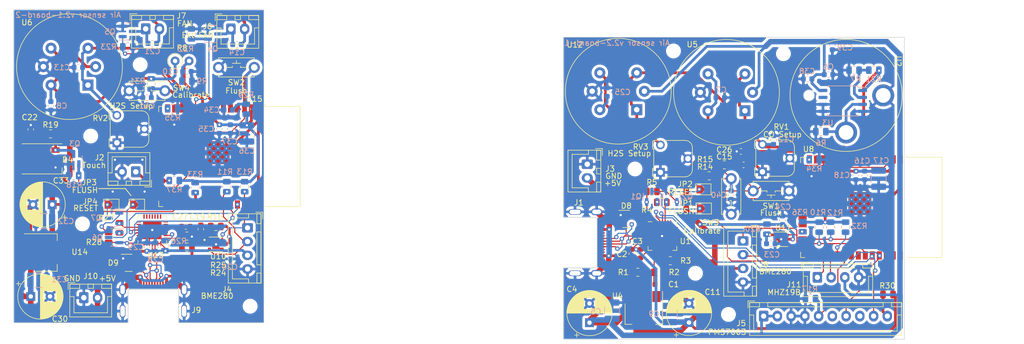
<source format=kicad_pcb>
(kicad_pcb (version 20221018) (generator pcbnew)
  (layers (0 "F.Cu" signal) (31 "B.Cu" signal) (34 "B.Paste" user) (35 "F.Paste" user) (36 "B.SilkS" user "B.Silkscreen") (37 "F.SilkS" user "F.Silkscreen") (38 "B.Mask" user) (39 "F.Mask" user) (44 "Edge.Cuts" user))
  (net 0 "")
  (net 1 "/core1/GND")
  (net 2 "/board2/+3V3")
  (net 3 "/board2/LIGHT")
  (net 4 "/board2/H2S")
  (net 5 "Net-(U10-VCC)")
  (net 6 "/board2/+5V")
  (net 7 "Net-(U13-VBUS)")
  (net 8 "/core1/ESP32_ENABLE")
  (net 9 "Net-(D4-DIN)")
  (net 11 "/core1/D-")
  (net 12 "/core1/D+")
  (net 13 "/board2/TOUCH_SENSOR")
  (net 14 "/board2/SCL_3V3")
  (net 15 "/board2/SDA_3V3")
  (net 16 "Net-(J6-Pin_1)")
  (net 17 "Net-(J7-Pin_1)")
  (net 22 "Net-(JP3-A)")
  (net 23 "/core1/ESP32_FLUSH")
  (net 24 "Net-(JP4-A)")
  (net 25 "/board2/RGB_CONTROL#")
  (net 26 "/board2/EXT_FAN_ENABLE")
  (net 27 "/board2/FAN_ENABLE")
  (net 28 "Net-(Q6-B)")
  (net 29 "Net-(Q6-E)")
  (net 30 "Net-(Q7-B)")
  (net 31 "Net-(Q7-E)")
  (net 32 "Net-(U13-~{RST})")
  (net 49 "/core1/TXD_3V3")
  (net 50 "/core1/RXD_3V3")
  (net 54 "/core1/CO")
  (net 55 "/core1/O2")
  (net 56 "/core/CALIBRATE_BUTTON")
  (net 58 "Net-(U8-IO5)")
  (net 66 "Net-(U15-IO5)")
  (net 67 "/core1/TXD_2_3V3")
  (net 68 "/core1/RXD_2_3V3")
  (net 69 "/core1/PMS7003_ENABLE")
  (net 70 "Net-(U8-IO12)")
  (net 74 "Net-(U1-VBUS)")
  (net 75 "/core/GND")
  (net 76 "/board1/+3V3")
  (net 77 "/board1/+5V")
  (net 78 "/board1/CO")
  (net 79 "/core/ESP32_ENABLE")
  (net 80 "Net-(U11-VCC)")
  (net 81 "/board1/H2S")
  (net 82 "/core/D-")
  (net 83 "/core/D+")
  (net 88 "/board1/PMS7003_ENABLE")
  (net 90 "/board1/RXD_3V3")
  (net 92 "/board1/TXD_3V3")
  (net 93 "Net-(J5-Pin_10)")
  (net 94 "/board1/SCL_3V3")
  (net 95 "/board1/SDA_3V3")
  (net 96 "/board1/TXD_2_3V3")
  (net 97 "/board1/RXD_2_3V3")
  (net 98 "Net-(JP1-A)")
  (net 99 "/core/ESP32_FLUSH")
  (net 100 "Net-(JP2-A)")
  (net 101 "Net-(Q1-B)")
  (net 102 "Net-(Q1-E)")
  (net 103 "Net-(Q2-B)")
  (net 104 "Net-(Q2-E)")
  (net 105 "Net-(U1-~{RST})")
  (net 106 "Net-(U2-OUT)")
  (net 107 "Net-(U3A--)")
  (net 108 "/board1/O2")
  (net 129 "/core/LIGHT")
  (net 130 "/core/EXT_FAN_ENABLE")
  (net 131 "/core/FAN_ENABLE")
  (net 132 "/core1/CALIBRATE_BUTTON")
  (net 134 "Net-(U15-IO12)")
  (net 142 "Net-(U8-IO15)")
  (net 143 "/core/TOUCH_SENSOR")
  (net 144 "/core/RGB_CONTROL#")
  (net 145 "Net-(U15-IO15)")
  (footprint "MountingHole:MountingHole_2.2mm_M2" (layer "F.Cu") (at 88 42)
    (fp_text reference "H4" hide)
    (fp_text value "MountingHole")
  )
  (footprint "Resistor_SMD:R_0805_2012Metric" (layer "F.Cu") (at 71.7 54.6)
    (fp_text reference "R19")
    (fp_text value "500")
  )
  (footprint "MountingHole:MountingHole_2.2mm_M2" (layer "F.Cu") (at 178 61)
    (fp_text reference "H7" hide)
    (fp_text value "MountingHole")
  )
  (footprint "MountingHole:MountingHole_2.2mm_M2" (layer "F.Cu") (at 108 86)
    (fp_text reference "H1" hide)
    (fp_text value "MountingHole")
  )
  (footprint "Resistor_SMD:R_0805_2012Metric" (layer "F.Cu") (at 181.074 65.0785)
    (fp_text reference "R5")
    (fp_text value "10K")
  )
  (footprint "Potentiometer_THT:Potentiometer_Runtron_RM-065_Vertical" (layer "F.Cu") (at 201.184 61.516 90)
    (fp_text reference "RV1")
    (fp_text value "10K")
  )
  (footprint "Resistor_SMD:R_0805_2012Metric" (layer "F.Cu") (at 224.024 83.866)
    (fp_text reference "R30")
    (fp_text value "10K")
  )
  (footprint "Capacitor_THT:CP_Radial_D8.0mm_P3.50mm" (layer "F.Cu") (at 72 67.47 180)
    (fp_text reference "C33")
    (fp_text value "1000 uF")
  )
  (footprint "Capacitor_SMD:C_0603_1608Metric" (layer "F.Cu") (at 68.1 53.8 -90)
    (fp_text reference "C22")
    (fp_text value "100 uF")
  )
  (footprint "Capacitor_SMD:C_0603_1608Metric" (layer "F.Cu") (at 99.03675 71.97 90)
    (fp_text reference "C19")
    (fp_text value "1 uF")
  )
  (footprint "Package_DFN_QFN:QFN-28-1EP_5x5mm_P0.5mm_EP3.35x3.35mm" (layer "F.Cu") (at 182.9858 73.2152)
    (fp_text reference "U1")
    (fp_text value "CP2102N-Axx-xQFN28")
  )
  (footprint "Connector_JST:JST_XH_B4B-XH-A_1x04_P2.50mm_Vertical" (layer "F.Cu") (at 211.174 80.741)
    (fp_text reference "J11")
    (fp_text value "MHZ19B")
  )
  (footprint "Library:SW_PUSH_P6.5_W3.5" (layer "F.Cu") (at 202.75 65 180)
    (fp_text reference "SW1")
    (fp_text value "KLS7-TS3601-5.0-180")
  )
  (footprint "Capacitor_THT:CP_Radial_D8.0mm_P3.50mm" (layer "F.Cu") (at 68.097349 84.22)
    (fp_text reference "C30")
    (fp_text value "1000 uF")
  )
  (footprint "Capacitor_SMD:C_0603_1608Metric" (layer "F.Cu") (at 197.275 57.8)
    (fp_text reference "C26")
    (fp_text value "100 nF")
  )
  (footprint "Sensor:MQ-6" (layer "F.Cu") (at 78.5 45.72 180)
    (fp_text reference "U6")
    (fp_text value "MQ-136")
  )
  (footprint "MountingHole:MountingHole_2.2mm_M2" (layer "F.Cu") (at 79 55)
    (fp_text reference "H3" hide)
    (fp_text value "MountingHole")
  )
  (footprint "Jumper:SolderJumper-2_P1.3mm_Open_TrianglePad1.0x1.5mm" (layer "F.Cu") (at 82.75 67.5)
    (fp_text reference "JP4")
    (fp_text value "RESET")
  )
  (footprint "Resistor_SMD:R_0805_2012Metric" (layer "F.Cu") (at 82.25 73.47 90)
    (fp_text reference "R28")
    (fp_text value "10K")
  )
  (footprint "Sensor:MQ-6" (layer "F.Cu") (at 178.32 50.2 180)
    (fp_text reference "U12")
    (fp_text value "MQ-136")
  )
  (footprint "Library:USB_C_P16_MIDMOUNT_1.6" (layer "F.Cu") (at 169.4 74.409 -90)
    (fp_text reference "J1")
    (fp_text value "USB_C_Receptacle_USB2.0")
    (fp_line (start -4.6 -1.7) (end -4.6 4.4) (stroke (width 0.12)) (layer "Edge.Cuts"))
    (fp_line (start -4.6 4.4) (end -6.2 4.4) (stroke (width 0.12)) (layer "Edge.Cuts"))
    (fp_line (start 4.6 -1.7) (end -4.6 -1.7) (stroke (width 0.12)) (layer "Edge.Cuts"))
    (fp_line (start 4.6 4.4) (end 4.6 -1.7) (stroke (width 0.12)) (layer "Edge.Cuts"))
    (fp_line (start 6.4 4.4) (end 4.6 4.4) (stroke (width 0.12)) (layer "Edge.Cuts"))
  )
  (footprint "Package_TO_SOT_SMD:SOT-223-3_TabPin2" (layer "F.Cu") (at 71 76.22)
    (fp_text reference "U14")
    (fp_text value "AMS1117-3.3")
  )
  (footprint "Sensor:MQ-6" (layer "F.Cu") (at 198 50.4 180)
    (fp_text reference "U5")
    (fp_text value "MQ-7")
  )
  (footprint "Resistor_SMD:R_0805_2012Metric" (layer "F.Cu") (at 178.524 79.816)
    (fp_text reference "R1")
    (fp_text value "22K")
  )
  (footprint "Library:SW_PUSH_P6.5_W3.5" (layer "F.Cu") (at 89.25 46.75)
    (fp_text reference "SW4")
    (fp_text value "KLS7-TS3601-5.0-180")
  )
  (footprint "Resistor_SMD:R_0805_2012Metric" (layer "F.Cu") (at 194.25 60.25)
    (fp_text reference "R15")
    (fp_text value "1K")
  )
  (footprint "Connector_JST:JST_XH_B2B-XH-A_1x02_P2.50mm_Vertical" (layer "F.Cu") (at 89 35.475)
    (fp_text reference "J7")
    (fp_text value "FAN")
  )
  (footprint "MountingHole:MountingHole_2.2mm_M2" (layer "F.Cu") (at 185 39.5)
    (fp_text reference "H9" hide)
    (fp_text value "MountingHole")
  )
  (footprint "Potentiometer_THT:Potentiometer_Runtron_RM-065_Vertical" (layer "F.Cu") (at 182.6254 61.6182 90)
    (fp_text reference "RV3")
    (fp_text value "20K")
  )
  (footprint "Capacitor_SMD:C_0603_1608Metric" (layer "F.Cu") (at 182.424 82.016)
    (fp_text reference "C1")
    (fp_text value "10 uF")
  )
  (footprint "Jumper:SolderJumper-2_P1.3mm_Open_TrianglePad1.0x1.5mm" (layer "F.Cu") (at 190.424 64.716)
    (fp_text reference "JP2")
    (fp_text value "RESET")
  )
  (footprint "Library:SW_PUSH_P6.5_W3.5" (layer "F.Cu") (at 195.5 66 90)
    (fp_text reference "SW3")
    (fp_text value "KLS7-TS3601-5.0-180")
  )
  (footprint "RF_Module:ESP32-WROOM-32" (layer "F.Cu") (at 218 68 -90)
    (fp_text reference "U8")
    (fp_text value "ESP32-WROOM-32")
  )
  (footprint "Package_DFN_QFN:QFN-28-1EP_5x5mm_P0.5mm_EP3.35x3.35mm" (layer "F.Cu") (at 90.2 72.12 90)
    (fp_text reference "U13")
    (fp_text value "CP2102N-Axx-xQFN28")
  )
  (footprint "Connector_JST:JST_XH_B10B-XH-A_1x10_P2.50mm_Vertical" (layer "F.Cu") (at 201.4 87.8)
    (fp_text reference "J5")
    (fp_text value "PMS7003")
  )
  (footprint "Capacitor_SMD:C_0603_1608Metric" (layer "F.Cu") (at 179.024 76.416 -90)
    (fp_text reference "C3")
    (fp_text value "10 uF")
  )
  (footprint "footprints:XDCR_SGP41-D-R4" (layer "F.Cu") (at 101.75 74.72)
    (fp_text reference "U10")
    (fp_text value "SGP41")
  )
  (footprint "MountingHole:MountingHole_2.2mm_M2" (layer "F.Cu") (at 195 87.5)
    (fp_text reference "H5" hide)
    (fp_text value "MountingHole")
  )
  (footprint "Capacitor_SMD:C_0603_1608Metric" (layer "F.Cu") (at 197.75 60.25)
    (fp_text reference "C15")
    (fp_text value "1 uF")
  )
  (footprint "footprints:XDCR_SGP41-D-R4" (layer "F.Cu") (at 204.6 73.8)
    (fp_text reference "U11")
    (fp_text value "SGP41")
  )
  (footprint "Capacitor_SMD:C_0603_1608Metric" (layer "F.Cu") (at 96.3 71.47)
    (fp_text reference "C27")
    (fp_text value "10 uF")
  )
  (footprint "Resistor_SMD:R_0805_2012Metric" (layer "F.Cu") (at 182.344 79.816)
    (fp_text reference "R2")
    (fp_text value "44K")
  )
  (footprint "Library:USB_C_P16_MIDMOUNT_1.6" (layer "F.Cu") (at 90.4 84.6)
    (fp_text reference "J9")
    (fp_text value "USB_C_Receptacle_USB2.0")
    (fp_line (start -4.6 -1.7) (end -4.6 4.4) (stroke (width 0.12)) (layer "Edge.Cuts"))
    (fp_line (start -4.6 4.4) (end -6.2 4.4) (stroke (width 0.12)) (layer "Edge.Cuts"))
    (fp_line (start 4.6 -1.7) (end -4.6 -1.7) (stroke (width 0.12)) (layer "Edge.Cuts"))
    (fp_line (start 4.6 4.4) (end 4.6 -1.7) (stroke (width 0.12)) (layer "Edge.Cuts"))
    (fp_line (start 6.4 4.4) (end 4.6 4.4) (stroke (width 0.12)) (layer "Edge.Cuts"))
  )
  (footprint "Potentiometer_THT:Potentiometer_Runtron_RM-065_Vertical" (layer "F.Cu") (at 83.76 56.22 90)
    (fp_text reference "RV2")
    (fp_text value "20K")
  )
  (footprint "Connector_JST:JST_XH_B2B-XH-A_1x02_P2.50mm_Vertical" (layer "F.Cu") (at 87.2 61.52 180)
    (fp_text reference "J2")
    (fp_text value "Touch sensor")
  )
  (footprint "Connector_JST:JST_XH_B4B-XH-A_1x04_P2.50mm_Vertical" (layer "F.Cu") (at 107.525 71.72 -90)
    (fp_text reference "J4")
    (fp_text value "BME280")
  )
  (footprint "Library:O2A2" (layer "F.Cu") (at 216.4 47.6 -90)
    (fp_text reference "U2")
    (fp_text value "O2A2")
    (fp_circle (center 0 6.75) (end 1 6.75) (stroke (width 0.12)) (fill none) (layer "Edge.Cuts"))
  )
  (footprint "Capacitor_SMD:C_0603_1608Metric" (layer "F.Cu") (at 177.424 76.416 -90)
    (fp_text reference "C2")
    (fp_text value "10 uF")
  )
  (footprint "Connector_JST:JST_XH_B4B-XH-A_1x04_P2.50mm_Vertical" (layer "F.Cu") (at 197.649 74.116 -90)
    (fp_text reference "J8")
    (fp_text value "BME280")
  )
  (footprint "MountingHole:MountingHole_2.2mm_M2" (layer "F.Cu") (at 189 80)
    (fp_text reference "H6" hide)
    (fp_text value "MountingHole")
  )
  (footprint "Connector_JST:JST_XH_B2B-XH-A_1x02_P2.50mm_Vertical" (layer "F.Cu") (at 169.3206 60.1342 -90)
    (fp_text reference "J3")
    (fp_text value "5V input")
  )
  (footprint "Connector_JST:JST_XH_B2B-XH-A_1x02_P2.50mm_Vertical" (layer "F.Cu") (at 104.5 35.5)
    (fp_text reference "J6")
    (fp_text value "Ext FAN")
  )
  (footprint "MountingHole:MountingHole_2.2mm_M2" (layer "F.Cu") (at 77.5 71)
    (fp_text reference "H2" hide)
    (fp_text value "MountingHole")
  )
  (footprint "Jumper:SolderJumper-2_P1.3mm_Open_TrianglePad1.0x1.5mm" (layer "F.Cu") (at 190.5 68.2)
    (fp_text reference "JP1")
    (fp_text value "FLUSH")
  )
  (footprint "Capacitor_THT:CP_Radial_D8.0mm_P3.50mm" (layer "F.Cu") (at 187.824 88.968651 90)
    (fp_text reference "C11")
    (fp_text value "1000 uF")
  )
  (footprint "Package_TO_SOT_SMD:SOT-223-3_TabPin2" (layer "F.Cu") (at 179.6088 87.3884 -90)
    (fp_text reference "U4")
    (fp_text value "AMS1117-3.3")
  )
  (footprint "Resistor_SMD:R_0805_2012Metric" (layer "F.Cu") (at 84.25 71.72 -90)
    (fp_text reference "R27")
    (fp_text value "10K")
  )
  (footprint "Resistor_SMD:R_0805_2012Metric" (layer "F.Cu") (at 191.5 62.25)
    (fp_text reference "R14")
    (fp_text value "1K")
  )
  (footprint "Package_TO_SOT_SMD:SOT-143" (layer "F.Cu") (at 176.4 70.1)
    (fp_text reference "D8")
    (fp_text value "PRTR5V0U2X")
  )
  (footprint "Package_TO_SOT_SMD:SOT-143" (layer "F.Cu") (at 85.9 78.1)
    (fp_text reference "D9")
    (fp_text value "PRTR5V0U2X")
  )
  (footprint "LED_SMD:LED_SK6812_PLCC4_5.0x5.0mm_P3.2mm" (layer "F.Cu") (at 70.145 59.155)
    (fp_text reference "D4")
    (fp_text value "SK6812")
  )
  (footprint "Resistor_SMD:R_0805_2012Metric" (layer "F.Cu") (at 96.5 73.22)
    (fp_text reference "R25")
    (fp_text value "44K")
  )
  (footprint "MountingHole:MountingHole_2.2mm_M2" (layer "F.Cu") (at 205 40)
    (fp_text reference "H8" hide)
    (fp_text value "MountingHole")
  )
  (footprint "Resistor_SMD:R_0805_2012Metric" (layer "F.Cu") (at 96.5 75.22 180)
    (fp_text reference "R24")
    (fp_text value "22K")
  )
  (footprint "RF_Module:ESP32-WROOM-32" (layer "F.Cu") (at 101.25 58.72 -90)
    (fp_text reference "U15")
    (fp_text value "ESP32-WROOM-32")
  )
  (footprint "Connector_JST:JST_XH_B2B-XH-A_1x02_P2.50mm_Vertical" (layer "F.Cu") (at 77.75 84.445)
    (fp_text reference "J10")
    (fp_text value "5V input")
  )
  (footprint "Resistor_SMD:R_0805_2012Metric" (layer "F.Cu") (at 101.75 71.47 180)
    (fp_text reference "R16")
    (fp_text value "4R7")
  )
  (footprint "Library:SW_PUSH_P6.5_W3.5" (layer "F.Cu") (at 105.5 42.5)
    (fp_text reference "SW2")
    (fp_text value "KLS7-TS3601-5.0-180")
  )
  (footprint "Jumper:SolderJumper-2_P1.3mm_Open_TrianglePad1.0x1.5mm" (layer "F.Cu") (at 87.4 67.5)
    (fp_text reference "JP3")
    (fp_text value "FLUSH")
  )
  (footprint "Capacitor_THT:CP_Radial_D8.0mm_P3.50mm" (layer "F.Cu") (at 169.724 89 90)
    (fp_text reference "C4")
    (fp_text value "1000 uF")
  )
  (footprint "Resistor_SMD:R_0805_2012Metric" (layer "F.Cu") (at 184.424 77.716)
    (fp_text reference "R3")
    (fp_text value "1K")
  )
  (footprint "Resistor_THT:R_Axial_DIN0207_L6.3mm_D2.5mm_P2.54mm_Vertical" (layer "F.Cu") (at 94.355 41.32)
    (fp_text reference "R8")
    (fp_text value "100K")
  )
  (footprint "Resistor_SMD:R_0805_2012Metric" (layer "F.Cu") (at 182.874 67.0785 180)
    (fp_text reference "R4")
    (fp_text value "10K")
  )
  (footprint "Capacitor_SMD:C_0603_1608Metric" (layer "B.Cu") (at 209.4 44.6)
    (fp_text reference "C38")
    (fp_text value "0.1 uF")
  )
  (footprint "Package_TO_SOT_SMD:SOT-23" (layer "B.Cu") (at 83.25 73.47 180)
    (fp_text reference "Q6")
    (fp_text value "BC847")
  )
  (footprint "Capacitor_SMD:C_0603_1608Metric" (layer "B.Cu") (at 213.2 43.8 180)
    (fp_text reference "C6")
    (fp_text value "10 uF")
  )
  (footprint "Resistor_SMD:R_0805_2012Metric" (layer "B.Cu") (at 217.84 43 180)
    (fp_text reference "R7")
    (fp_text value "10K")
  )
  (footprint "Capacitor_SMD:C_1210_3225Metric" (layer "B.Cu") (at 69.5 81.22 180)
    (fp_text reference "C31")
    (fp_text value "22 uF")
  )
  (footprint "Resistor_SMD:R_0805_2012Metric" (layer "B.Cu") (at 213.6 71.6 -90)
    (fp_text reference "R12")
    (fp_text value "3K3")
  )
  (footprint "Capacitor_SMD:C_0603_1608Metric" (layer "B.Cu") (at 104.4 53.72 -90)
    (fp_text reference "C37")
    (fp_text value "0.1 uF")
  )
  (footprint "Capacitor_SMD:C_0603_1608Metric" (layer "B.Cu") (at 90.75 75.22 90)
    (fp_text reference "C28")
    (fp_text value "10 uF")
  )
  (footprint "Capacitor_SMD:C_0603_1608Metric" (layer "B.Cu") (at 76.75 42.5)
    (fp_text reference "C13")
    (fp_text value "100 nF")
  )
  (footprint "Package_TO_SOT_SMD:SOT-23" (layer "B.Cu") (at 75.9 59.2 90)
    (fp_text reference "Q3")
    (fp_text value "IRLML0030")
  )
  (footprint "Capacitor_SMD:C_0603_1608Metric" (layer "B.Cu") (at 203.2 55.725 -90)
    (fp_text reference "C12")
    (fp_text value "1 uF")
  )
  (footprint "Resistor_SMD:R_0805_2012Metric" (layer "B.Cu") (at 85.75 38.75)
    (fp_text reference "R23")
    (fp_text value "10K")
  )
  (footprint "Resistor_SMD:R_0805_2012Metric" (layer "B.Cu") (at 221.44 43)
    (fp_text reference "R21")
    (fp_text value "30K")
  )
  (footprint "Capacitor_SMD:C_0603_1608Metric" (layer "B.Cu") (at 105.6 38.32)
    (fp_text reference "C14")
    (fp_text value "1 uF")
  )
  (footprint "Capacitor_SMD:C_0603_1608Metric" (layer "B.Cu") (at 218.174 62.166 -90)
    (fp_text reference "C18")
    (fp_text value "0.1 uF")
  )
  (footprint "Resistor_SMD:R_0805_2012Metric" (layer "B.Cu") (at 210.6 59.3)
    (fp_text reference "R34")
    (fp_text value "10K")
  )
  (footprint "Capacitor_SMD:C_0603_1608Metric" (layer "B.Cu") (at 102.4 53.72 90)
    (fp_text reference "C35")
    (fp_text value "100 uF")
  )
  (footprint "Resistor_SMD:R_0805_2012Metric" (layer "B.Cu") (at 92.5 74.97 -90)
    (fp_text reference "R26")
    (fp_text value "1K")
  )
  (footprint "Resistor_SMD:R_0805_2012Metric" (layer "B.Cu") (at 208.5 71.5 90)
    (fp_text reference "R36")
    (fp_text value "10K")
  )
  (footprint "Capacitor_SMD:C_0603_1608Metric" (layer "B.Cu") (at 219.774 62.166 90)
    (fp_text reference "C16")
    (fp_text value "100 uF")
  )
  (footprint "Capacitor_SMD:C_0603_1608Metric" (layer "B.Cu") (at 89.25 48 180)
    (fp_text reference "C41")
    (fp_text value "1 uF")
  )
  (footprint "Resistor_SMD:R_0805_2012Metric" (layer "B.Cu") (at 107.3 50.1 90)
    (fp_text reference "R29")
    (fp_text value "1K")
  )
  (footprint "Capacitor_SMD:C_0603_1608Metric" (layer "B.Cu") (at 202.7 74.6 180)
    (fp_text reference "C23")
    (fp_text value "1 uF")
  )
  (footprint "Resistor_SMD:R_0805_2012Metric" (layer "B.Cu") (at 103.75 64.22 -90)
    (fp_text reference "R11")
    (fp_text value "3K3")
  )
  (footprint "Package_SO:SOP-8_5.28x5.23mm_P1.27mm" (layer "B.Cu") (at 215.8 48.6 180)
    (fp_text reference "U3")
    (fp_text value "LM358ADR")
  )
  (footprint "Resistor_SMD:R_0805_2012Metric" (layer "B.Cu") (at 94.2 63.1)
    (fp_text reference "R37")
    (fp_text value "10K")
  )
  (footprint "Capacitor_SMD:C_0603_1608Metric" (layer "B.Cu") (at 195.5 65.75 -90)
    (fp_text reference "C40")
    (fp_text value "1 uF")
  )
  (footprint "Resistor_SMD:R_0805_2012Metric" (layer "B.Cu") (at 209.924 84.616)
    (fp_text reference "R17")
    (fp_text value "10K")
  )
  (footprint "Resistor_SMD:R_0805_2012Metric" (layer "B.Cu") (at 97.3 36.395 90)
    (fp_text reference "R22")
    (fp_text value "10K")
  )
  (footprint "Resistor_SMD:R_0805_2012Metric" (layer "B.Cu") (at 96.5 45)
    (fp_text reference "R9")
    (fp_text value "100K")
  )
  (footprint "Capacitor_SMD:C_0603_1608Metric" (layer "B.Cu") (at 213.9 38.5 90)
    (fp_text reference "C39")
    (fp_text value "1 uF")
  )
  (footprint "Capacitor_SMD:C_0603_1608Metric" (layer "B.Cu") (at 96.5 43.25 180)
    (fp_text reference "C10")
    (fp_text value "1 uF")
  )
  (footprint "Resistor_SMD:R_0805_2012Metric" (layer "B.Cu") (at 211.5 71.6 -90)
    (fp_text reference "R10")
    (fp_text value "3K3")
  )
  (footprint "Capacitor_SMD:C_1210_3225Metric" (layer "B.Cu") (at 184.324 87.416 -90)
    (fp_text reference "C9")
    (fp_text value "22 uF")
  )
  (footprint "Resistor_SMD:R_0805_2012Metric" (layer "B.Cu") (at 75.9 62.2 180)
    (fp_text reference "R18")
    (fp_text value "10K")
  )
  (footprint "Capacitor_SMD:C_0603_1608Metric" (layer "B.Cu") (at 193.5 48 180)
    (fp_text reference "C7")
    (fp_text value "1 uF")
  )
  (footprint "Capacitor_SMD:C_0603_1608Metric" (layer "B.Cu") (at 204.824 70.341 -90)
    (fp_text reference "C24")
    (fp_text value "1 uF")
  )
  (footprint "Capacitor_SMD:C_0603_1608Metric" (layer "B.Cu") (at 104.4 76.6 90)
    (fp_text reference "C20")
    (fp_text value "1 uF")
  )
  (footprint "Capacitor_SMD:C_0603_1608Metric" (layer "B.Cu") (at 71.75 49.5 90)
    (fp_text reference "C8")
    (fp_text value "1 uF")
  )
  (footprint "Resistor_SMD:R_0805_2012Metric" (layer "B.Cu") (at 202 71.966 -90)
    (fp_text reference "R20")
    (fp_text value "4R7")
  )
  (footprint "Capacitor_SMD:C_1210_3225Metric" (layer "B.Cu") (at 173.824 86.816 -90)
    (fp_text reference "C5")
    (fp_text value "22 uF")
  )
  (footprint "Capacitor_SMD:C_1210_3225Metric" (layer "B.Cu") (at 70.5 70.47)
    (fp_text reference "C32")
    (fp_text value "22 uF")
  )
  (footprint "Capacitor_SMD:C_1210_3225Metric" (layer "B.Cu") (at 222.324 62.766 90)
    (fp_text reference "C17")
    (fp_text value "22 uF")
  )
  (footprint "Resistor_SMD:R_0805_2012Metric" (layer "B.Cu") (at 90 45.5 -90)
    (fp_text reference "R31")
    (fp_text value "1K")
  )
  (footprint "Resistor_SMD:R_0805_2012Metric" (layer "B.Cu") (at 216.3 71.6 90)
    (fp_text reference "R32")
    (fp_text value "10K")
  )
  (footprint "Capacitor_SMD:C_0603_1608Metric" (layer "B.Cu") (at 89.25 75.22 90)
    (fp_text reference "C29")
    (fp_text value "10 uF")
  )
  (footprint "Package_TO_SOT_SMD:SOT-23" (layer "B.Cu") (at 184.674 66.0785 90)
    (fp_text reference "Q2")
    (fp_text value "BC847")
  )
  (footprint "Package_TO_SOT_SMD:SOT-23" (layer "B.Cu") (at 101.25 36.395)
    (fp_text reference "Q4")
    (fp_text value "IRLML0030")
  )
  (footprint "Package_TO_SOT_SMD:SOT-23" (layer "B.Cu") (at 83.25 69.97 180)
    (fp_text reference "Q7")
    (fp_text value "BC847")
  )
  (footprint "Resistor_SMD:R_0805_2012Metric" (layer "B.Cu") (at 211.8 54.2 180)
    (fp_text reference "R6")
    (fp_text value "100")
  )
  (footprint "Capacitor_SMD:C_0603_1608Metric" (layer "B.Cu") (at 104 50.25 180)
    (fp_text reference "C34")
    (fp_text value "1 uF")
  )
  (footprint "Capacitor_SMD:C_1210_3225Metric" (layer "B.Cu") (at 107.4 54.52 90)
    (fp_text reference "C36")
    (fp_text value "22 uF")
  )
  (footprint "Package_TO_SOT_SMD:SOT-23" (layer "B.Cu") (at 181.074 66.0785 90)
    (fp_text reference "Q1")
    (fp_text value "BC847")
  )
  (footprint "Capacitor_SMD:C_0603_1608Metric" (layer "B.Cu") (at 172.92 47 -90)
    (fp_text reference "C25")
    (fp_text value "1 uF")
  )
  (footprint "Resistor_SMD:R_0805_2012Metric" (layer "B.Cu") (at 107 64.22 -90)
    (fp_text reference "R13")
    (fp_text value "3K3")
  )
  (footprint "Capacitor_SMD:C_0603_1608Metric" (layer "B.Cu") (at 90.2 38.12)
    (fp_text reference "C21")
    (fp_text value "1 uF")
  )
  (footprint "Resistor_SMD:R_0805_2012Metric" (layer "B.Cu") (at 98 64.4 90)
    (fp_text reference "R33")
    (fp_text value "10K")
  )
  (footprint "Package_TO_SOT_SMD:SOT-23" (layer "B.Cu") (at 85.75 35.945)
    (fp_text reference "Q5")
    (fp_text value "IRLML0030")
  )
  (footprint "Resistor_SMD:R_0805_2012Metric" (layer "B.Cu") (at 93.9 50)
    (fp_text reference "R35")
    (fp_text value "10K")
  )
  (gr_line (start 80.45 64.57) (end 85.3 64.57) (stroke (width 0.15)) (layer "F.SilkS"))
  (gr_line (start 85.3 64.57) (end 86.35 65.87) (stroke (width 0.15)) (layer "F.SilkS"))
  (gr_line (start 65 32) (end 65 89) (stroke (width 0.1)) (layer "Edge.Cuts"))
  (gr_line (start 110.5 89) (end 110.5 32) (stroke (width 0.1)) (layer "Edge.Cuts"))
  (gr_line (start 110.5 32) (end 65 32) (stroke (width 0.1)) (layer "Edge.Cuts"))
  (gr_line (start 227 37) (end 227 92) (stroke (width 0.1)) (layer "Edge.Cuts"))
  (gr_line (start 165 37) (end 165 68.209) (stroke (width 0.1)) (layer "Edge.Cuts"))
  (gr_line (start 165 37) (end 227 37) (stroke (width 0.1)) (layer "Edge.Cuts"))
  (gr_line (start 165 92) (end 227 92) (stroke (width 0.1)) (layer "Edge.Cuts"))
  (gr_line (start 65 89) (end 84.2 89) (stroke (width 0.1)) (layer "Edge.Cuts"))
  (gr_line (start 96.8 89) (end 110.5 89) (stroke (width 0.1)) (layer "Edge.Cuts"))
  (gr_line (start 165 80.809) (end 165 92) (stroke (width 0.1)) (layer "Edge.Cuts"))
  (gr_text "Air sensor v2.2-board-1" (at 184.424 38.616) (layer "B.SilkS") (effects (font (size 1 1)) (justify left bottom mirror)))
  (gr_text "Air sensor v2.1-board-2" (at 84.6 33.52) (layer "B.SilkS") (effects (font (size 1 1)) (justify left bottom mirror)))
  (gr_text "+5V\n" (at 172.324 64.166) (layer "F.SilkS") (effects (font (size 1 1)) (justify left bottom)))
  (gr_text "+5V" (at 80.4 81.52) (layer "F.SilkS") (effects (font (size 1 1)) (justify left bottom)))
  (gr_text "GND" (at 74 81.52) (layer "F.SilkS") (effects (font (size 1 1)) (justify left bottom)))
  (gr_text "GND" (at 172.524 62.866) (layer "F.SilkS") (effects (font (size 1 1)) (justify left bottom)))
  (segment (start 95.115 82.09) (end 93.8 82.09) (width 1) (layer "F.Cu") (net 1))
  (segment (start 97.8875 72.745) (end 97.4125 73.22) (width 0.5) (layer "F.Cu") (net 1))
  (segment (start 67.85 73.92) (end 67.85 68.12) (width 1) (layer "F.Cu") (net 1))
  (segment (start 94.11 53.01) (end 94.2 52.92) (width 0.5) (layer "F.Cu") (net 1))
  (segment (start 100.6 74.72) (end 101.75 74.72) (width 0.2) (layer "F.Cu") (net 1))
  (segment (start 109.5 52.225) (end 104.4475 57.2775) (width 0.5) (layer "F.Cu") (net 1))
  (segment (start 89.7 74.57) (end 89.7 72.62) (width 0.2) (layer "F.Cu") (net 1))
  (segment (start 97.025 72.8325) (end 97.4 73.2075) (width 0.5) (layer "F.Cu") (net 1))
  (segment (start 96 82.975) (end 95.115 82.09) (width 1) (layer "F.Cu") (net 1))
  (segment (start 97.025 71.47) (end 97.025 72.8325) (width 0.5) (layer "F.Cu") (net 1))
  (segment (start 109.5 51.72) (end 109.5 52.225) (width 0.5) (layer "F.Cu") (net 1))
  (segment (start 104.4475 57.2775) (end 103.685 57.2775) (width 0.5) (layer "F.Cu") (net 1))
  (segment (start 99.03675 72.745) (end 97.8875 72.745) (width 0.5) (layer "F.Cu") (net 1))
  (segment (start 109.5 49.97) (end 109.5 51.72) (width 0.5) (layer "F.Cu") (net 1))
  (segment (start 98.8 74.72) (end 97.4 73.32) (width 0.5) (layer "F.Cu") (net 1))
  (segment (start 102.9 75.52) (end 102.55 75.52) (width 0.2) (layer "F.Cu") (net 1))
  (segment (start 91.74 53.01) (end 94.11 53.01) (width 0.5) (layer "F.Cu") (net 1))
  (segment (start 101.75 74.72) (end 98.8 74.72) (width 0.5) (layer "F.Cu") (net 1))
  (segment (start 67.85 68.12) (end 68.5 67.47) (width 1) (layer "F.Cu") (net 1))
  (segment (start 85.685 82.09) (end 87 82.09) (width 1) (layer "F.Cu") (net 1))
  (segment (start 84.8 82.975) (end 85.685 82.09) (width 1) (layer "F.Cu") (net 1))
  (segment (start 109.5 67.47) (end 109.5 51.72) (width 0.5) (layer "F.Cu") (net 1))
  (segment (start 102.55 75.52) (end 101.8 74.77) (width 0.2) (layer "F.Cu") (net 1))
  (via (at 90.2 72.12) (size 0.8) (drill 0.4) (layers "F.Cu" "B.Cu") (net 1))
  (via (at 88.8 65.12) (size 0.8) (drill 0.4) (layers "F.Cu" "B.Cu") (net 1))
  (via (at 72.6 60.72) (size 0.8) (drill 0.4) (layers "F.Cu" "B.Cu") (net 1))
  (via (at 94.2 52.92) (size 0.8) (drill 0.4) (layers "F.Cu" "B.Cu") (net 1))
  (via (at 83.4 59.32) (size 0.8) (drill 0.4) (layers "F.Cu" "B.Cu") (net 1))
  (via (at 84.9 77.3) (size 0.8) (drill 0.4) (layers "F.Cu" "B.Cu") (net 1))
  (via (at 68.1 53) (size 0.8) (drill 0.4) (layers "F.Cu" "B.Cu") (net 1))
  (via (at 101.8 74.72) (size 0.8) (drill 0.4) (layers "F.Cu" "B.Cu") (net 1))
  (via (at 88.4 59.32) (size 0.8) (drill 0.4) (layers "F.Cu" "B.Cu") (net 1))
  (via (at 97.4 73.32) (size 0.8) (drill 0.4) (layers "F.Cu" "B.Cu") (net 1))
  (via (at 83 65.12) (size 0.8) (drill 0.4) (layers "F.Cu" "B.Cu") (net 1))
  (segment (start 97.0875 43.1375) (end 97.225 43) (width 0.5) (layer "B.Cu") (net 1))
  (segment (start 74.72 48.72) (end 71.78 45.78) (width 0.5) (layer "F.Cu") (net 2))
  (segment (start 104.2 71.92) (end 103.75 71.47) (width 0.5) (layer "F.Cu") (net 2))
  (segment (start 73.72 67.47) (end 74.5 68.25) (width 0.5) (layer "F.Cu") (net 2))
  (segment (start 71.78 39) (end 72.78 40) (width 0.5) (layer "F.Cu") (net 2))
  (segment (start 108.23 52.215) (end 108.23 49.97) (width 0.5) (layer "F.Cu") (net 2))
  (segment (start 102.9 74.72) (end 103.8 74.72) (width 0.5) (layer "F.Cu") (net 2))
  (segment (start 74.15 76.22) (end 72 74.07) (width 1) (layer "F.Cu") (net 2))
  (segment (start 80.53 48.72) (end 78.47 48.72) (width 0.5) (layer "F.Cu") (net 2))
  (segment (start 89.9125 44.5) (end 84.75 44.5) (width 0.5) (layer "F.Cu") (net 2))
  (segment (start 74.5 68.25) (end 74.5 72.02) (width 0.5) (layer "F.Cu") (net 2))
  (segment (start 103.8 74.72) (end 104.2 74.32) (width 0.5) (layer "F.Cu") (net 2))
  (segment (start 76.81 53.11) (end 76.82 53.12) (width 0.5) (layer "F.Cu") (net 2))
  (segment (start 91.7 74.57) (end 92.6 75.47) (width 0.2) (layer "F.Cu") (net 2))
  (segment (start 84.75 44.5) (end 80.53 48.72) (width 0.5) (layer "F.Cu") (net 2))
  (segment (start 85.64 53.12) (end 87.24 51.52) (width 0.5) (layer "F.Cu") (net 2))
  (segment (start 103.75 71.47) (end 102.6625 71.47) (width 0.5) (layer "F.Cu") (net 2))
  (segment (start 78.48 76) (end 89.12 76) (width 0.5) (layer "F.Cu") (net 2))
  (segment (start 72.78 44.72) (end 71.78 45.72) (width 0.5) (layer "F.Cu") (net 2))
  (segment (start 87.24 51.52) (end 100.975 51.52) (width 0.5) (layer "F.Cu") (net 2))
  (segment (start 90 44.5875) (end 89.9125 44.5) (width 0.5) (layer "F.Cu") (net 2))
  (segment (start 72.78 40) (end 72.78 44.72) (width 0.5) (layer "F.Cu") (net 2))
  (segment (start 91.2 74.57) (end 91.7 74.57) (width 0.2) (layer "F.Cu") (net 2))
  (segment (start 89.12 76) (end 89.2 75.92) (width 0.5) (layer "F.Cu") (net 2))
  (segment (start 78.47 51.45) (end 75.2 54.72) (width 1) (layer "F.Cu") (net 2))
  (segment (start 67.85 76.22) (end 74.15 76.22) (width 1) (layer "F.Cu") (net 2))
  (segment (start 78.47 48.72) (end 78.47 51.45) (width 1) (layer "F.Cu") (net 2))
  (segment (start 72 67.47) (end 73.72 67.47) (width 0.5) (layer "F.Cu") (net 2))
  (segment (start 92.6 75.47) (end 92.6 75.92) (width 0.2) (layer "F.Cu") (net 2))
  (segment (start 72 74.07) (end 72 67.47) (width 1) (layer "F.Cu") (net 2))
  (segment (start 75.2 62.12) (end 72 65.32) (width 1) (layer "F.Cu") (net 2))
  (segment (start 100.975 51.52) (end 102.4 52.945) (width 0.5) (layer "F.Cu") (net 2))
  (segment (start 75.2 54.72) (end 75.2 62.12) (width 1) (layer "F.Cu") (net 2))
  (segment (start 78.47 48.72) (end 74.72 48.72) (width 0.5) (layer "F.Cu") (net 2))
  (segment (start 107.4 53.045) (end 108.23 52.215) (width 0.5) (layer "F.Cu") (net 2))
  (segment (start 72 65.32) (end 72 67.47) (width 1) (layer "F.Cu") (net 2))
  (segment (start 76.82 53.12) (end 85.64 53.12) (width 0.5) (layer "F.Cu") (net 2))
  (segment (start 104.2 74.32) (end 104.2 71.92) (width 0.5) (layer "F.Cu") (net 2))
  (segment (start 74.5 72.02) (end 78.48 76) (width 0.5) (layer "F.Cu") (net 2))
  (via (at 102.4 52.945) (size 0.8) (drill 0.4) (layers "F.Cu" "B.Cu") (net 2))
  (via (at 92.6 75.92) (size 0.8) (drill 0.4) (layers "F.Cu" "B.Cu") (net 2))
  (via (at 90 44.5875) (size 0.8) (drill 0.4) (layers "F.Cu" "B.Cu") (net 2))
  (via (at 104.2 73.32) (size 0.8) (drill 0.4) (layers "F.Cu" "B.Cu") (net 2))
  (via (at 89.2 75.92) (size 0.8) (drill 0.4) (layers "F.Cu" "B.Cu") (net 2))
  (via (at 107.4 53.045) (size 0.8) (drill 0.4) (layers "F.Cu" "B.Cu") (net 2))
  (segment (start 109.4 61.91375) (end 108.00625 63.3075) (width 0.5) (layer "B.Cu") (net 2))
  (segment (start 104.5 73.62) (end 104.2 73.32) (width 0.5) (layer "B.Cu") (net 2))
  (segment (start 98.1875 63.3) (end 103.7425 63.3) (width 0.5) (layer "B.Cu") (net 2))
  (segment (start 71.75 48.725) (end 71.75 45.75) (width 0.5) (layer "B.Cu") (net 2))
  (segment (start 108.00625 63.3075) (end 107 63.3075) (width 0.5) (layer "B.Cu") (net 2))
  (segment (start 97.6125 63.1) (end 98 63.4875) (width 0.5) (layer "B.Cu") (net 2))
  (segment (start 102.4 52.945) (end 107.3 52.945) (width 0.5) (layer "B.Cu") (net 2))
  (segment (start 90 44.5875) (end 93.7775 44.5875) (width 0.5) (layer "B.Cu") (net 2))
  (segment (start 72 69.945) (end 72 67.47) (width 1) (layer "B.Cu") (net 2))
  (segment (start 92.5 75.8825) (end 104.5 75.8825) (width 0.5) (layer "B.Cu") (net 2))
  (segment (start 103.75 63.3075) (end 107 63.3075) (width 0.5) (layer "B.Cu") (net 2))
  (segment (start 109.4 55.045) (end 109.4 61.91375) (width 0.5) (layer "B.Cu") (net 2))
  (segment (start 93.7775 44.5875) (end 94.355 44.01) (width 0.5) (layer "B.Cu") (net 2))
  (segment (start 94.355 44.01) (end 94.355 41.32) (width 0.5) (layer "B.Cu") (net 2))
  (segment (start 89.2 75.92) (end 92.3875 75.995) (width 0.5) (layer "B.Cu") (net 2))
  (segment (start 106.63 75.825) (end 107.525 76.72) (width 0.5) (layer "B.Cu") (net 2))
  (segment (start 104.5 74.695) (end 104.5 75.725) (width 0.5) (layer "B.Cu") (net 2))
  (segment (start 104.5 74.695) (end 104.5 73.62) (width 0.5) (layer "B.Cu") (net 2))
  (segment (start 95.1125 63.1) (end 97.6125 63.1) (width 0.5) (layer "B.Cu") (net 2))
  (segment (start 104.4 75.825) (end 106.63 75.825) (width 0.5) (layer "B.Cu") (net 2))
  (segment (start 104.5 75.8825) (end 104.5 74.695) (width 0.5) (layer "B.Cu") (net 2))
  (segment (start 107.4 53.045) (end 107.4 50.7825) (width 0.5) (layer "B.Cu") (net 2))
  (segment (start 107.75 53.395) (end 109.4 55.045) (width 0.5) (layer "B.Cu") (net 2))
  (segment (start 98.97995 46.52) (end 97.2 46.52) (width 0.5) (layer "F.Cu") (net 3))
  (segment (start 97.2 46.52) (end 96 45.32) (width 0.5) (layer "F.Cu") (net 3))
  (segment (start 103.15 49.14) (end 102.640025 48.630025) (width 0.5) (layer "F.Cu") (net 3))
  (segment (start 102.640025 48.630025) (end 101.089975 48.630025) (width 0.5) (layer "F.Cu") (net 3))
  (segment (start 96 42.215) (end 96.895 41.32) (width 0.5) (layer "F.Cu") (net 3))
  (segment (start 103.15 49.97) (end 103.15 49.14) (width 0.5) (layer "F.Cu") (net 3))
  (segment (start 96 45.32) (end 96 42.215) (width 0.5) (layer "F.Cu") (net 3))
  (segment (start 101.089975 48.630025) (end 98.97995 46.52) (width 0.5) (layer "F.Cu") (net 3))
  (segment (start 95.725 43.25) (end 95.725 42.49) (width 0.5) (layer "B.Cu") (net 3))
  (segment (start 95.725 42.49) (end 96.895 41.32) (width 0.5) (layer "B.Cu") (net 3))
  (segment (start 95.5875 45) (end 95.5875 43.3875) (width 0.5) (layer "B.Cu") (net 3))
  (segment (start 96.55 47.47) (end 98.552082 47.47) (width 0.5) (layer "F.Cu") (net 4))
  (segment (start 98.552082 47.47) (end 99.34 48.257918) (width 0.5) (layer "F.Cu") (net 4))
  (segment (start 88.08 39) (end 96.55 47.47) (width 0.5) (layer "F.Cu") (net 4))
  (segment (start 78.5 39) (end 88.08 39) (width 0.5) (layer "F.Cu") (net 4))
  (segment (start 99.34 48.257918) (end 99.34 49.97) (width 0.5) (layer "F.Cu") (net 4))
  (segment (start 83.76 51.22) (end 78.5 45.96) (width 0.5) (layer "B.Cu") (net 4))
  (segment (start 77.5 40) (end 77.5 44.72) (width 0.5) (layer "B.Cu") (net 4))
  (segment (start 77.5 44.72) (end 78.5 45.72) (width 0.5) (layer "B.Cu") (net 4))
  (segment (start 78.5 39) (end 77.5 40) (width 0.5) (layer "B.Cu") (net 4))
  (segment (start 100.6 73.92) (end 100.6 71.7075) (width 0.2) (layer "F.Cu") (net 5))
  (segment (start 99.03675 71.195) (end 100.5625 71.195) (width 0.2) (layer "F.Cu") (net 5))
  (segment (start 68.75 87) (end 68.097349 86.347349) (width 1) (layer "F.Cu") (net 6))
  (segment (start 66 39.92) (end 66 54.85) (width 1) (layer "F.Cu") (net 6))
  (segment (start 82.5 80.75) (end 84.9 80.75) (width 1) (layer "F.Cu") (net 6))
  (segment (start 68.1 54.575) (end 68.1 57.15) (width 0.5) (layer "F.Cu") (net 6))
  (segment (start 84.9 79.05) (end 84.9 80.75) (width 0.25) (layer "F.Cu") (net 6))
  (segment (start 75.25 33.5) (end 75.4 33.65) (width 0.5) (layer "F.Cu") (net 6))
  (segment (start 80.25 86.25) (end 79.5 87) (width 1) (layer "F.Cu") (net 6))
  (segment (start 75.4 39.52) (end 78.24 42.36) (width 0.5) (layer "F.Cu") (net 6))
  (segment (start 80.25 84.445) (end 80.25 83) (width 1) (layer "F.Cu") (net 6))
  (segment (start 92.8 82.09) (end 92.8 80.52) (width 0.5) (layer "F.Cu") (net 6))
  (segment (start 97.4125 80.1075) (end 97.4125 75.22) (width 0.5) (layer "F.Cu") (net 6))
  (segment (start 75.4 33.65) (end 75.4 39.52) (width 0.5) (layer "F.Cu") (net 6))
  (segment (start 68.1 57.15) (end 67.695 57.555) (width 0.5) (layer "F.Cu") (net 6))
  (segment (start 88 82.09) (end 88 80.72) (width 0.5) (layer "F.Cu") (net 6))
  (segment (start 66.797349 84.22) (end 66 83.422651) (width 1) (layer "F.Cu") (net 6))
  (segment (start 80.25 84.638503) (end 80.25 86.25) (width 1) (layer "F.Cu") (net 6))
  (segment (start 68.097349 84.22) (end 66.797349 84.22) (width 1) (layer "F.Cu") (net 6))
  (segment (start 80.25 83) (end 82.5 80.75) (width 1) (layer "F.Cu") (net 6))
  (segment (start 92.8 80.52) (end 97 80.52) (width 0.5) (layer "F.Cu") (net 6))
  (segment (start 68.097349 84.22) (end 68.097349 78.767349) (width 1) (layer "F.Cu") (net 6))
  (segment (start 72.42 33.5) (end 66 39.92) (width 1) (layer "F.Cu") (net 6))
  (segment (start 97 80.52) (end 97.4125 80.1075) (width 0.5) (layer "F.Cu") (net 6))
  (segment (start 106 33.25) (end 107 34.25) (width 0.5) (layer "F.Cu") (net 6))
  (segment (start 68.1 54.575) (end 70.7625 54.575) (width 0.5) (layer "F.Cu") (net 6))
  (segment (start 66.15 54.7) (end 67.975 54.7) (width 0.5) (layer "F.Cu") (net 6))
  (segment (start 90.25 33.25) (end 106 33.25) (width 0.5) (layer "F.Cu") (net 6))
  (segment (start 68.097349 86.347349) (end 68.097349 84.22) (width 1) (layer "F.Cu") (net 6))
  (segment (start 66 83.422651) (end 66 54.85) (width 1) (layer "F.Cu") (net 6))
  (segment (start 90 33.5) (end 75.25 33.5) (width 1) (layer "F.Cu") (net 6))
  (segment (start 79.5 87) (end 68.75 87) (width 1) (layer "F.Cu") (net 6))
  (segment (start 84.9 80.75) (end 87.97 80.75) (width 1) (layer "F.Cu") (net 6))
  (segment (start 107 34.25) (end 107 35.5) (width 0.5) (layer "F.Cu") (net 6))
  (segment (start 90 33.5) (end 91.5 35) (width 0.5) (layer "F.Cu") (net 6))
  (segment (start 87.97 80.75) (end 88 80.72) (width 1) (layer "F.Cu") (net 6))
  (segment (start 90 33.5) (end 90.25 33.25) (width 0.5) (layer "F.Cu") (net 6))
  (segment (start 78.24 42.36) (end 79.89 42.36) (width 0.5) (layer "F.Cu") (net 6))
  (segment (start 75.25 33.5) (end 72.42 33.5) (width 1) (layer "F.Cu") (net 6))
  (via (at 92.8 80.52) (size 0.8) (drill 0.4) (layers "F.Cu" "B.Cu") (net 6))
  (via (at 88 80.72) (size 0.8) (drill 0.4) (layers "F.Cu" "B.Cu") (net 6))
  (segment (start 107 37.695) (end 107 35.5) (width 0.5) (layer "B.Cu") (net 6))
  (segment (start 92.8 80.52) (end 92.8 80.522082) (width 0.5) (layer "B.Cu") (net 6))
  (segment (start 92.002082 81.32) (end 88.6 81.32) (width 0.5) (layer "B.Cu") (net 6))
  (segment (start 92.8 80.522082) (end 92.002082 81.32) (width 0.5) (layer "B.Cu") (net 6))
  (segment (start 88.6 81.32) (end 88 80.72) (width 0.5) (layer "B.Cu") (net 6))
  (segment (start 68.097349 84.22) (end 68.097349 81.647651) (width 1) (layer "B.Cu") (net 6))
  (segment (start 91.4 37.695) (end 91.4 36.07) (width 0.5) (layer "B.Cu") (net 6))
  (segment (start 106.375 38.32) (end 107 37.695) (width 0.5) (layer "B.Cu") (net 6))
  (segment (start 90.975 38.12) (end 91.4 37.695) (width 0.5) (layer "B.Cu") (net 6))
  (segment (start 95.475 71.47) (end 95.475 75.1075) (width 0.2) (layer "F.Cu") (net 7))
  (segment (start 92.65 73.62) (end 95.1875 73.62) (width 0.2) (layer "F.Cu") (net 7))
  (segment (start 106.96 51.84) (end 104.5 54.3) (width 0.2) (layer "F.Cu") (net 8))
  (segment (start 92.53 66.27) (end 84.525 66.27) (width 0.2) (layer "F.Cu") (net 8))
  (segment (start 104.5 54.3) (end 101 54.3) (width 0.2) (layer "F.Cu") (net 8))
  (segment (start 106.96 44.29) (end 108.75 42.5) (width 0.5) (layer "F.Cu") (net 8))
  (segment (start 106.96 49.97) (end 106.96 51.84) (width 0.2) (layer "F.Cu") (net 8))
  (segment (start 84.525 66.27) (end 83.475 67.32) (width 0.2) (layer "F.Cu") (net 8))
  (segment (start 106.96 49.97) (end 106.96 44.29) (width 0.5) (layer "F.Cu") (net 8))
  (segment (start 101 54.3) (end 96.4 58.9) (width 0.2) (layer "F.Cu") (net 8))
  (segment (start 96.4 62.4) (end 92.53 66.27) (width 0.2) (layer "F.Cu") (net 8))
  (segment (start 96.4 58.9) (end 96.4 62.4) (width 0.2) (layer "F.Cu") (net 8))
  (segment (start 105.8375 49.1875) (end 104.775 50.25) (width 0.5) (layer "B.Cu") (net 8))
  (segment (start 107.3 49.1875) (end 105.8375 49.1875) (width 0.5) (layer "B.Cu") (net 8))
  (segment (start 107.3 49.1875) (end 107.3 43.95) (width 0.5) (layer "B.Cu") (net 8))
  (segment (start 107.3 43.95) (end 108.75 42.5) (width 0.5) (layer "B.Cu") (net 8))
  (segment (start 72.6125 54.6) (end 72.6125 57.5375) (width 0.5) (layer "F.Cu") (net 9))
  (via (at 72.595 57.555) (size 0.8) (drill 0.4) (layers "F.Cu" "B.Cu") (net 9))
  (segment (start 75.2375 57.6) (end 72.64 57.6) (width 0.5) (layer "B.Cu") (net 9))
  (segment (start 72.64 57.6) (end 72.595 57.555) (width 0.5) (layer "B.Cu") (net 9))
  (segment (start 75.9 58.2625) (end 75.2375 57.6) (width 0.5) (layer "B.Cu") (net 9))
  (segment (start 90.65 82.09) (end 90.65 81.26) (width 0.2) (layer "F.Cu") (net 11))
  (segment (start 90.7 77.22) (end 90.7 74.57) (width 0.2) (layer "F.Cu") (net 11))
  (segment (start 91 79.52) (end 91 77.52) (width 0.2) (layer "F.Cu") (net 11))
  (segment (start 89.1005 80.776186) (end 89.65 81.325686) (width 0.2) (layer "F.Cu") (net 11))
  (segment (start 89.65 81.325686) (end 89.65 82.09) (width 0.2) (layer "F.Cu") (net 11))
  (segment (start 91 77.52) (end 90.7 77.22) (width 0.2) (layer "F.Cu") (net 11))
  (segment (start 91 80.91) (end 91 79.52) (width 0.2) (layer "F.Cu") (net 11))
  (segment (start 87.8305 79.05) (end 86.9 79.05) (width 0.2) (layer "F.Cu") (net 11))
  (segment (start 89.1005 80.32) (end 89.1005 80.776186) (width 0.2) (layer "F.Cu") (net 11))
  (segment (start 90.65 81.26) (end 91 80.91) (width 0.2) (layer "F.Cu") (net 11))
  (segment (start 89.1005 80.32) (end 87.8305 79.05) (width 0.2) (layer "F.Cu") (net 11))
  (via (at 91 79.52) (size 0.8) (drill 0.4) (layers "F.Cu" "B.Cu") (net 11))
  (via (at 89.1005 80.32) (size 0.8) (drill 0.4) (layers "F.Cu" "B.Cu") (net 11))
  (segment (start 89.9005 79.52) (end 91 79.52) (width 0.2) (layer "B.Cu") (net 11))
  (segment (start 89.1005 80.32) (end 89.9005 79.52) (width 0.2) (layer "B.Cu") (net 11))
  (segment (start 86.9 77.15) (end 89.35 77.15) (width 0.2) (layer "F.Cu") (net 12))
  (segment (start 91.8 80.675686) (end 91.8 80.32) (width 0.2) (layer "F.Cu") (net 12))
  (segment (start 89.8 77.52) (end 90.2 77.12) (width 0.2) (layer "F.Cu") (net 12))
  (segment (start 91.15 81.325686) (end 91.8 80.675686) (width 0.2) (layer "F.Cu") (net 12))
  (segment (start 89.8 78.52) (end 89.8 80.91) (width 0.2) (layer "F.Cu") (net 12))
  (segment (start 90.15 81.26) (end 90.15 82.09) (width 0.2) (layer "F.Cu") (net 12))
  (segment (start 89.35 77.15) (end 89.8 77.6) (width 0.2) (layer "F.Cu") (net 12))
  (segment (start 89.8 77.6) (end 89.8 77.52) (width 0.2) (layer "F.Cu") (net 12))
  (segment (start 89.8 80.91) (end 90.15 81.26) (width 0.2) (layer "F.Cu") (net 12))
  (segment (start 91.15 82.09) (end 91.15 81.325686) (width 0.2) (layer "F.Cu") (net 12))
  (segment (start 90.2 77.12) (end 90.2 74.57) (width 0.2) (layer "F.Cu") (net 12))
  (segment (start 89.8 78.52) (end 89.8 77.6) (width 0.2) (layer "F.Cu") (net 12))
  (via (at 89.8 78.52) (size 0.8) (drill 0.4) (layers "F.Cu" "B.Cu") (net 12))
  (via (at 91.8 80.32) (size 0.8) (drill 0.4) (layers "F.Cu" "B.Cu") (net 12))
  (segment (start 91.8 78.7) (end 91.8 80.32) (width 0.2) (layer "B.Cu") (net 12))
  (segment (start 89.8 78.52) (end 91.62 78.52) (width 0.2) (layer "B.Cu") (net 12))
  (segment (start 91.62 78.52) (end 91.8 78.7) (width 0.2) (layer "B.Cu") (net 12))
  (segment (start 90.32 64.44) (end 87.4 61.52) (width 0.5) (layer "F.Cu") (net 13))
  (segment (start 91.74 64.44) (end 90.32 64.44) (width 0.5) (layer "F.Cu") (net 13))
  (segment (start 106.96 67.47) (end 106.96 65.16) (width 0.2) (layer "F.Cu") (net 14))
  (segment (start 106.96 71.155) (end 106.96 67.47) (width 0.2) (layer "F.Cu") (net 14))
  (segment (start 102.9 73.92) (end 102.9 73.02) (width 0.2) (layer "F.Cu") (net 14))
  (segment (start 102.9 73.02) (end 103 72.92) (width 0.2) (layer "F.Cu") (net 14))
  (segment (start 106.96 65.16) (end 107 65.12) (width 0.2) (layer "F.Cu") (net 14))
  (via (at 103 72.92) (size 0.8) (drill 0.4) (layers "F.Cu" "B.Cu") (net 14))
  (via (at 107 65.12) (size 0.8) (drill 0.4) (layers "F.Cu" "B.Cu") (net 14))
  (segment (start 103 72.92) (end 104.2 71.72) (width 0.2) (layer "B.Cu") (net 14))
  (segment (start 104.2 71.72) (end 107.525 71.72) (width 0.2) (layer "B.Cu") (net 14))
  (segment (start 105.2 72.52) (end 105.2 71.76) (width 0.2) (layer "F.Cu") (net 15))
  (segment (start 105.2 71.76) (end 103.15 69.71) (width 0.2) (layer "F.Cu") (net 15))
  (segment (start 101.4 76.52) (end 105.225 76.52) (width 0.2) (layer "F.Cu") (net 15))
  (segment (start 105.225 76.52) (end 107.525 74.22) (width 0.2) (layer "F.Cu") (net 15))
  (segment (start 103.15 69.71) (end 103.15 67.47) (width 0.2) (layer "F.Cu") (net 15))
  (segment (start 103.15 65.77) (end 103.8 65.12) (width 0.2) (layer "F.Cu") (net 15))
  (segment (start 106.9 74.22) (end 105.2 72.52) (width 0.2) (layer "F.Cu") (net 15))
  (segment (start 103.15 67.47) (end 103.15 65.77) (width 0.2) (layer "F.Cu") (net 15))
  (segment (start 100.6 75.72) (end 101.4 76.52) (width 0.2) (layer "F.Cu") (net 15))
  (segment (start 100.6 75.52) (end 100.6 75.72) (width 0.2) (layer "F.Cu") (net 15))
  (via (at 103.8 65.12) (size 0.8) (drill 0.4) (layers "F.Cu" "B.Cu") (net 15))
  (segment (start 102.1875 36.395) (end 103.605 36.395) (width 0.5) (layer "B.Cu") (net 16))
  (segment (start 103.605 36.395) (end 104.5 35.5) (width 0.5) (layer "B.Cu") (net 16))
  (segment (start 104.825 35.825) (end 104.825 38.32) (width 0.5) (layer "B.Cu") (net 16))
  (segment (start 89.425 38.12) (end 89.2 37.895) (width 0.5) (layer "B.Cu") (net 17))
  (segment (start 89.2 37.895) (end 89.2 36.17) (width 0.5) (layer "B.Cu") (net 17))
  (segment (start 86.6875 35.945) (end 88.53 35.945) (width 0.5) (layer "B.Cu") (net 17))
  (via (at 86.675 67.5) (size 0.8) (drill 0.4) (layers "F.Cu" "B.Cu") (net 22))
  (segment (start 84.85 73.47) (end 82.3125 73.47) (width 0.2) (layer "B.Cu") (net 22))
  (segment (start 85.6 68.575) (end 85.6 72.72) (width 0.2) (layer "B.Cu") (net 22))
  (segment (start 86.675 67.5) (end 85.6 68.575) (width 0.2) (layer "B.Cu") (net 22))
  (segment (start 85.6 72.72) (end 84.85 73.47) (width 0.2) (layer "B.Cu") (net 22))
  (segment (start 88.275 67.47) (end 92.99 67.47) (width 0.2) (layer "F.Cu") (net 23))
  (via (at 82.025 67.5) (size 0.8) (drill 0.4) (layers "F.Cu" "B.Cu") (net 24))
  (segment (start 82.025 69.6825) (end 82.3125 69.97) (width 0.2) (layer "B.Cu") (net 24))
  (segment (start 82.025 67.5) (end 82.025 69.6825) (width 0.2) (layer "B.Cu") (net 24))
  (segment (start 76.8125 62.2) (end 76.8125 65.9325) (width 0.2) (layer "F.Cu") (net 25))
  (segment (start 94.26 68.42) (end 94.26 67.47) (width 0.2) (layer "F.Cu") (net 25))
  (segment (start 93.93 68.75) (end 94.26 68.42) (width 0.2) (layer "F.Cu") (net 25))
  (segment (start 76.8125 65.9325) (end 79.63 68.75) (width 0.2) (layer "F.Cu") (net 25))
  (segment (start 79.63 68.75) (end 93.93 68.75) (width 0.2) (layer "F.Cu") (net 25))
  (via (at 76.8125 62.2) (size 0.8) (drill 0.4) (layers "F.Cu" "B.Cu") (net 25))
  (segment (start 76.8125 62.2) (end 76.8125 60.175) (width 0.5) (layer "B.Cu") (net 25))
  (segment (start 98.07 48.45) (end 98.2 48.32) (width 0.2) (layer "F.Cu") (net 26))
  (segment (start 98.07 49.97) (end 98.07 48.45) (width 0.2) (layer "F.Cu") (net 26))
  (via (at 98.2 48.32) (size 0.8) (drill 0.4) (layers "F.Cu" "B.Cu") (net 26))
  (segment (start 100.5 37.5325) (end 100.5 47.75) (width 0.2) (layer "B.Cu") (net 26))
  (segment (start 98 37.3075) (end 100.275 37.3075) (width 0.5) (layer "B.Cu") (net 26))
  (segment (start 100.5 47.75) (end 99.93 48.32) (width 0.2) (layer "B.Cu") (net 26))
  (segment (start 99.93 48.32) (end 98.2 48.32) (width 0.2) (layer "B.Cu") (net 26))
  (segment (start 96.8 48.55) (end 96.8 49.97) (width 0.2) (layer "F.Cu") (net 27))
  (segment (start 88.25 40) (end 96.8 48.55) (width 0.2) (layer "F.Cu") (net 27))
  (segment (start 85.25 40) (end 88.25 40) (width 0.2) (layer "F.Cu") (net 27))
  (via (at 85.25 40) (size 0.8) (drill 0.4) (layers "F.Cu" "B.Cu") (net 27))
  (segment (start 85.25 40) (end 84.8125 39.5625) (width 0.2) (layer "B.Cu") (net 27))
  (segment (start 84.8125 39.5625) (end 84.8125 36.895) (width 0.2) (layer "B.Cu") (net 27))
  (via (at 84.2 72.72) (size 0.8) (drill 0.4) (layers "F.Cu" "B.Cu") (net 28))
  (segment (start 85.607904 74.525251) (end 85.465153 74.3825) (width 0.2) (layer "F.Cu") (net 29))
  (segment (start 86.85 74.52) (end 87.75 73.62) (width 0.2) (layer "F.Cu") (net 29))
  (segment (start 85.607904 74.525251) (end 85.613155 74.52) (width 0.2) (layer "F.Cu") (net 29))
  (segment (start 85.465153 74.3825) (end 82.25 74.3825) (width 0.2) (layer "F.Cu") (net 29))
  (segment (start 85.613155 74.52) (end 86.85 74.52) (width 0.2) (layer "F.Cu") (net 29))
  (via (at 85.607904 74.525251) (size 0.8) (drill 0.4) (layers "F.Cu" "B.Cu") (net 29))
  (segment (start 85.502653 74.42) (end 85.607904 74.525251) (width 0.2) (layer "B.Cu") (net 29))
  (segment (start 84.1875 74.42) (end 85.502653 74.42) (width 0.2) (layer "B.Cu") (net 29))
  (segment (start 81 71.5) (end 81 71.6) (width 0.2) (layer "F.Cu") (net 30))
  (segment (start 81 71.6) (end 81.9575 72.5575) (width 0.2) (layer "F.Cu") (net 30))
  (via (at 81 71.5) (size 0.8) (drill 0.4) (layers "F.Cu" "B.Cu") (net 30))
  (segment (start 82.856396 70.8) (end 84.1875 69.468896) (width 0.2) (layer "B.Cu") (net 30))
  (segment (start 84.1875 69.468896) (end 84.1875 69.02) (width 0.2) (layer "B.Cu") (net 30))
  (segment (start 81.7 70.8) (end 82.856396 70.8) (width 0.2) (layer "B.Cu") (net 30))
  (segment (start 81 71.5) (end 81.7 70.8) (width 0.2) (layer "B.Cu") (net 30))
  (segment (start 84.3625 70.92) (end 85.0625 71.62) (width 0.2) (layer "F.Cu") (net 31))
  (segment (start 85.0625 71.62) (end 87.75 71.62) (width 0.2) (layer "F.Cu") (net 31))
  (via (at 84.2 70.92) (size 0.8) (drill 0.4) (layers "F.Cu" "B.Cu") (net 31))
  (segment (start 93.6005 73.12) (end 92.65 73.12) (width 0.2) (layer "F.Cu") (net 32))
  (segment (start 93.8 72.9205) (end 93.6005 73.12) (width 0.2) (layer "F.Cu") (net 32))
  (via (at 93.8 72.9205) (size 0.8) (drill 0.4) (layers "F.Cu" "B.Cu") (net 32))
  (segment (start 93.8 73.47) (end 93.2125 74.0575) (width 0.2) (layer "B.Cu") (net 32))
  (segment (start 93.2125 74.0575) (end 92.5 74.0575) (width 0.2) (layer "B.Cu") (net 32))
  (segment (start 93.8 72.9205) (end 93.8 73.47) (width 0.2) (layer "B.Cu") (net 32))
  (segment (start 104.8 68.8) (end 104.42 68.42) (width 0.2) (layer "F.Cu") (net 49))
  (segment (start 87.3 72.62) (end 86.2 73.72) (width 0.2) (layer "F.Cu") (net 49))
  (segment (start 87.75 72.62) (end 87.3 72.62) (width 0.2) (layer "F.Cu") (net 49))
  (segment (start 104.42 68.42) (end 104.42 67.47) (width 0.2) (layer "F.Cu") (net 49))
  (segment (start 104.8 69.9) (end 104.8 68.8) (width 0.2) (layer "F.Cu") (net 49))
  (via (at 104.8 69.9) (size 0.8) (drill 0.4) (layers "F.Cu" "B.Cu") (net 49))
  (via (at 86.2 73.72) (size 0.8) (drill 0.4) (layers "F.Cu" "B.Cu") (net 49))
  (segment (start 104.8 69.9) (end 104.2 70.5) (width 0.2) (layer "B.Cu") (net 49))
  (segment (start 86.9995 72.9205) (end 86.2 73.72) (width 0.2) (layer "B.Cu") (net 49))
  (segment (start 87.62 70.5) (end 86.9995 71.1205) (width 0.2) (layer "B.Cu") (net 49))
  (segment (start 86.9995 71.1205) (end 86.9995 72.9205) (width 0.2) (layer "B.Cu") (net 49))
  (segment (start 104.2 70.5) (end 87.62 70.5) (width 0.2) (layer "B.Cu") (net 49))
  (segment (start 86.678298 72.12) (end 86.2995 72.498798) (width 0.2) (layer "F.Cu") (net 50))
  (segment (start 87.75 72.12) (end 86.678298 72.12) (width 0.2) (layer "F.Cu") (net 50))
  (via (at 86.2995 72.498798) (size 0.8) (drill 0.4) (layers "F.Cu" "B.Cu") (net 50))
  (via (at 105.69 67.47) (size 0.8) (drill 0.4) (layers "F.Cu" "B.Cu") (net 50))
  (segment (start 86 72.077596) (end 86.421202 72.498798) (width 0.2) (layer "B.Cu") (net 50))
  (segment (start 86.421202 72.498798) (end 86.2995 72.498798) (width 0.2) (layer "B.Cu") (net 50))
  (segment (start 105.69 67.47) (end 105.69 68.31) (width 0.2) (layer "B.Cu") (net 50))
  (segment (start 104.9 69.1) (end 87.22 69.1) (width 0.2) (layer "B.Cu") (net 50))
  (segment (start 105.69 68.31) (end 104.9 69.1) (width 0.2) (layer "B.Cu") (net 50))
  (segment (start 87.22 69.1) (end 86 70.32) (width 0.2) (layer "B.Cu") (net 50))
  (segment (start 86 70.32) (end 86 72.077596) (width 0.2) (layer "B.Cu") (net 50))
  (segment (start 194.672183 59.25) (end 203.5 59.25) (width 0.2) (layer "F.Cu") (net 56))
  (segment (start 194.672183 59.25) (end 194.25 59.672183) (width 0.2) (layer "F.Cu") (net 56))
  (segment (start 192.9125 62.75) (end 195.5 62.75) (width 0.2) (layer "F.Cu") (net 56))
  (segment (start 192.4125 62.25) (end 192.9125 62.75) (width 0.2) (layer "F.Cu") (net 56))
  (segment (start 194.25 61.5) (end 195.5 62.75) (width 0.2) (layer "F.Cu") (net 56))
  (segment (start 194.25 59.672183) (end 194.25 61.5) (width 0.2) (layer "F.Cu") (net 56))
  (segment (start 212.28 60.22) (end 212.15 60.35) (width 0.2) (layer "F.Cu") (net 56))
  (segment (start 212.28 59.25) (end 212.28 60.22) (width 0.2) (layer "F.Cu") (net 56))
  (segment (start 204.6 60.35) (end 203.5 59.25) (width 0.2) (layer "F.Cu") (net 56))
  (segment (start 212.15 60.35) (end 204.6 60.35) (width 0.2) (layer "F.Cu") (net 56))
  (segment (start 195.5 64.975) (end 195.5 62.75) (width 0.5) (layer "B.Cu") (net 56))
  (segment (start 214.8 75.2995) (end 214.8 76.2) (width 0.2) (layer "F.Cu") (net 58))
  (via (at 214.8 75.2995) (size 0.8) (drill 0.4) (layers "F.Cu" "B.Cu") (net 58))
  (segment (start 214.8 75.2995) (end 216.3 73.7995) (width 0.2) (layer "B.Cu") (net 58))
  (segment (start 216.3 73.7995) (end 216.3 72.5125) (width 0.2) (layer "B.Cu") (net 58))
  (segment (start 98.07 67.47) (end 98.07 65.37) (width 0.5) (layer "F.Cu") (net 66))
  (segment (start 98.07 65.37) (end 98.1 65.4) (width 0.5) (layer "F.Cu") (net 66))
  (segment (start 98.1 65.4) (end 98.1 65.3) (width 0.5) (layer "F.Cu") (net 66))
  (via (at 98.1 65.3) (size 0.8) (drill 0.4) (layers "F.Cu" "B.Cu") (net 66))
  (via (at 209.7 59.3) (size 0.8) (drill 0.4) (layers "F.Cu" "B.Cu") (net 70))
  (segment (start 181.4315 79.816) (end 179.4365 79.816) (width 0.2) (layer "F.Cu") (net 74))
  (segment (start 181.4858 75.6652) (end 181.4858 79.7617) (width 0.2) (layer "F.Cu") (net 74))
  (segment (start 181.4315 79.816) (end 181.4315 81.7985) (width 0.2) (layer "F.Cu") (net 74))
  (segment (start 210.024 62.316) (end 210.124 62.316) (width 0.5) (layer "F.Cu") (net 75))
  (segment (start 199.918 60.25) (end 201.184 61.516) (width 0.5) (layer "F.Cu") (net 75))
  (segment (start 171.025 68.809) (end 171.91 69.694) (width 1) (layer "F.Cu") (net 75))
  (segment (start 226.25 64.49) (end 223.42 67.32) (width 0.5) (layer "F.Cu") (net 75))
  (segment (start 171.025 80.009) (end 171.91 79.124) (width 1) (layer "F.Cu") (net 75))
  (segment (start 208.49 62.29) (end 209.998 62.29) (width 0.5) (layer "F.Cu") (net 75))
  (segment (start 226.25 76.75) (end 226.25 64.49) (width 0.5) (layer "F.Cu") (net 75))
  (segment (start 223.42 67.32) (end 218.91 67.32) (width 0.5) (layer "F.Cu") (net 75))
  (segment (start 181.9088 84.2384) (end 186.593749 84.2384) (width 1) (layer "F.Cu") (net 75))
  (segment (start 226.25 59.25) (end 226.25 64.49) (width 0.5) (layer "F.Cu") (net 75))
  (segment (start 183.199 82.9482) (end 181.9088 84.2384) (width 0.5) (layer "F.Cu") (net 75))
  (segment (start 205.4 74.6) (end 204.6 73.8) (width 0.5) (layer "F.Cu") (net 75))
  (segment (start 179.024 77.177) (end 182.9858 73.2152) (width 0.2) (layer "F.Cu") (net 75))
  (segment (start 183.2565 79.816) (end 183.2565 81.9585) (width 0.5) (layer "F.Cu") (net 75))
  (segment (start 209.998 62.29) (end 210.024 62.316) (width 0.5) (layer "F.Cu") (net 75))
  (segment (start 203.45 73.8) (end 204.6 73.8) (width 0.5) (layer "F.Cu") (net 75))
  (segment (start 186.593749 84.2384) (end 187.824 85.468651) (width 1) (layer "F.Cu") (net 75))
  (segment (start 205.75 74.6) (end 205.4 74.6) (width 0.5) (layer "F.Cu") (net 75))
  (segment (start 177.424 77.191) (end 179.024 77.191) (width 0.5) (layer "F.Cu") (net 75))
  (segment (start 210.124 62.416) (end 210.024 62.316) (width 0.5) (layer "F.Cu") (net 75))
  (segment (start 210.124 62.316) (end 210.124 62.416) (width 0.5) (layer "F.Cu") (net 75))
  (segment (start 183.199 82.016) (end 183.199 82.9482) (width 0.5) (layer "F.Cu") (net 75))
  (segment (start 171.91 79.124) (end 171.91 77.809) (width 1) (layer "F.Cu") (net 75))
  (segment (start 180.5358 72.7152) (end 182.4858 72.7152) (width 0.2) (layer "F.Cu") (net 75))
  (segment (start 198.525 60.25) (end 199.918 60.25) (width 0.5) (layer "F.Cu") (net 75))
  (segment (start 171.91 69.694) (end 171.91 71.009) (width 1) (layer "F.Cu") (net 75))
  (via (at 210.124 62.316) (size 0.8) (drill 0.4) (layers "F.Cu" "B.Cu") (net 75))
  (via (at 182.924 73.216) (size 0.8) (drill 0.4) (layers "F.Cu" "B.Cu") (net 75))
  (via (at 196.5 57.8) (size 0.8) (drill 0.4) (layers "F.Cu" "B.Cu") (net 75))
  (via (at 204.6 73.8) (size 0.8) (drill 0.4) (layers "F.Cu" "B.Cu") (net 75))
  (via (at 175.4 69.4) (size 0.8) (drill 0.4) (layers "F.Cu" "B.Cu") (net 75))
  (segment (start 188.5 61) (end 187.484 62.016) (width 0.5) (layer "F.Cu") (net 76))
  (segment (start 185.424 77.716) (end 192.524 77.716) (width 0.5) (layer "F.Cu") (net 76))
  (segment (start 172.6 44.48) (end 172.6 49.2) (width 0.5) (layer "F.Cu") (net 76))
  (segment (start 180.5358 74.2152) (end 178.8498 74.2152) (width 0.2) (layer "F.Cu") (net 76))
  (segment (start 182.324 58.916) (end 172.6 49.192) (width 0.5) (layer "F.Cu") (net 76))
  (segment (start 187.824 88.968651) (end 186.254251 90.5384) (width 1) (layer "F.Cu") (net 76))
  (segment (start 192.524 77.716) (end 192.524 73.78095) (width 1) (layer "F.Cu") (net 76))
  (segment (start 192.524 73.78095) (end 187.324 68.58095) (width 1) (layer "F.Cu") (net 76))
  (segment (start 187.424 66.566) (end 202.974 66.566) (width 0.5) (layer "F.Cu") (net 76))
  (segment (start 187.324 62.016) (end 187.324 61.301) (width 0.5) (layer "F.Cu") (net 76))
  (segment (start 205.75 73.8) (end 206.7 73.8) (width 0.5) (layer "F.Cu") (net 76))
  (segment (start 218.198 61.39) (end 218.224 61.416) (width 0.5) (layer "F.Cu") (net 76))
  (segment (start 192.524 84.316) (end 192.524 79.266) (width 1) (layer "F.Cu") (net 76))
  (segment (start 187.558 62.25) (end 187.324 62.016) (width 0.5) (layer "F.Cu") (net 76))
  (segment (start 187.324 62.016) (end 184.224 58.916) (width 0.5) (layer "F.Cu") (net 76))
  (segment (start 177.424 75.641) (end 179.024 75.641) (width 0.5) (layer "F.Cu") (net 76))
  (segment (start 225.374 89.526) (end 225.374 84.3035) (width 0.5) (layer "F.Cu") (net 76))
  (segment (start 224.98 60.5) (end 224.98 59.25) (width 0.5) (layer "F.Cu") (net 76))
  (segment (start 187.324 68.58095) (end 187.324 62.016) (width 1) (layer "F.Cu") (net 76))
  (segment (start 224.834 90.066) (end 225.374 89.526) (width 0.5) (layer "F.Cu") (net 76))
  (segment (start 192.524 79.266) (end 192.674 79.116) (width 0.5) (layer "F.Cu") (net 76))
  (segment (start 186.254251 90.5384) (end 179.6088 90.5384) (width 1) (layer "F.Cu") (net 76))
  (segment (start 192.674 79.116) (end 197.649 79.116) (width 0.5) (layer "F.Cu") (net 76))
  (segment (start 187.324 61.301) (end 191.28 57.345) (width 0.5) (layer "F.Cu") (net 76))
  (segment (start 180.5358 74.7152) (end 179.9498 74.7152) (width 0.2) (layer "F.Cu") (net 76))
  (segment (start 193.3375 60.25) (end 192.5875 61) (width 0.5) (layer "F.Cu") (net 76))
  (segment (start 178.8498 74.2152) (end 177.424 75.641) (width 0.2) (layer "F.Cu") (net 76))
  (segment (start 212.6 61.49) (end 212.6 70.6) (width 0.5) (layer "F.Cu") (net 76))
  (segment (start 204.324 65.216) (end 204.324 62.516) (width 0.5) (layer "F.Cu") (net 76))
  (segment (start 218.224 61.416) (end 224.064 61.416) (width 0.5) (layer "F.Cu") (net 76))
  (segment (start 192.524 79.266) (end 192.524 77.716) (width 1) (layer "F.Cu") (net 76))
  (segment (start 204.324 62.516) (end 205.45 61.39) (width 0.5) (layer "F.Cu") (net 76))
  (segment (start 187.824 88.968651) (end 188.921349 90.066) (width 0.5) (layer "F.Cu") (net 76))
  (segment (start 202.974 66.566) (end 204.324 65.216) (width 0.5) (layer "F.Cu") (net 76))
  (segment (start 190.5875 62.25) (end 187.558 62.25) (width 0.5) (layer "F.Cu") (net 76))
  (segment (start 187.484 62.016) (end 187.324 62.016) (width 0.5) (layer "F.Cu") (net 76))
  (segment (start 192.5875 61) (end 188.5 61) (width 0.5) (layer "F.Cu") (net 76))
  (segment (start 179.6088 84.2384) (end 179.6088 90.5384) (width 1) (layer "F.Cu") (net 76))
  (segment (start 179.9498 74.7152) (end 179.049 75.616) (width 0.2) (layer "F.Cu") (net 76))
  (segment (start 225.374 84.3035) (end 224.9365 83.866) (width 0.5) (layer "F.Cu") (net 76))
  (segment (start 172.6 49.2) (end 171.6 50.2) (width 0.5) (layer "F.Cu") (net 76))
  (segment (start 212.8 61.39) (end 218.198 61.39) (width 0.5) (layer "F.Cu") (net 76))
  (segment (start 187.871349 88.968651) (end 192.524 84.316) (width 1) (layer "F.Cu") (net 76))
  (segment (start 184.224 58.916) (end 182.324 58.916) (width 0.5) (layer "F.Cu") (net 76))
  (segment (start 191.28 57.345) (end 191.28 50.4) (width 0.5) (layer "F.Cu") (net 76))
  (segment (start 224.064 61.416) (end 224.98 60.5) (width 0.5) (layer "F.Cu") (net 76))
  (segment (start 205.45 61.39) (end 212.8 61.39) (width 0.5) (layer "F.Cu") (net 76))
  (segment (start 188.921349 90.066) (end 224.834 90.066) (width 0.5) (layer "F.Cu") (net 76))
  (segment (start 187.324 66.666) (end 187.424 66.566) (width 0.5) (layer "F.Cu") (net 76))
  (segment (start 171.6 43.48) (end 172.6 44.48) (width 0.5) (layer "F.Cu") (net 76))
  (via (at 212.6 70.7) (size 0.8) (drill 0.4) (layers "F.Cu" "B.Cu") (net 76))
  (via (at 206.7 73.8) (size 0.8) (drill 0.4) (layers "F.Cu" "B.Cu") (net 76))
  (via (at 218.224 61.416) (size 0.8) (drill 0.4) (layers "F.Cu" "B.Cu") (net 76))
  (via (at 189.816525 71.073475) (size 0.8) (drill 0.4) (layers "F.Cu" "B.Cu") (net 76))
  (via (at 178.2 75.641) (size 0.8) (drill 0.4) (layers "F.Cu" "B.Cu") (net 76))
  (segment (start 212.6 70.7) (end 212.5875 70.6875) (width 0.5) (layer "B.Cu") (net 76))
  (segment (start 172.92 47.775) (end 172.92 48.88) (width 0.5) (layer "B.Cu") (net 76))
  (segment (start 192.725 48.955) (end 191.28 50.4) (width 0.5) (layer "B.Cu") (net 76))
  (segment (start 212.6125 70.6875) (end 212.6 70.7) (width 0.5) (layer "B.Cu") (net 76))
  (segment (start 189.85905 71.116) (end 201.824 71.116) (width 0.5) (layer "B.Cu") (net 76))
  (segment (start 182.799 88.891) (end 184.324 88.891) (width 0.5) (layer "B.Cu") (net 76))
  (segment (start 192.725 45.125) (end 192.725 48.955) (width 0.5) (layer "B.Cu") (net 76))
  (segment (start 218.249 61.391) (end 222.224 61.391) (width 0.5) (layer "B.Cu") (net 76))
  (segment (start 178.2 75.641) (end 178.241 75.641) (width 0.5) (layer "B.Cu") (net 76))
  (segment (start 205.774 71.766) (end 205.774 71.774) (width 0.5) (layer "B.Cu") (net 76))
  (segment (start 181.824 79.224) (end 181.824 87.916) (width 0.5) (layer "B.Cu") (net 76))
  (segment (start 189.816525 71.073475) (end 189.85905 71.116) (width 0.5) (layer "B.Cu") (net 76))
  (segment (start 206.8 72.8) (end 206.8 73.8) (width 0.5) (layer "B.Cu") (net 76))
  (segment (start 212.5875 70.6875) (end 208.6 70.6875) (width 0.5) (layer "B.Cu") (net 76))
  (segment (start 181.824 87.916) (end 182.799 88.891) (width 0.5) (layer "B.Cu") (net 76))
  (segment (start 178.241 75.641) (end 181.824 79.224) (width 0.5) (layer "B.Cu") (net 76))
  (segment (start 205.774 71.774) (end 206.8 72.8) (width 0.5) (layer "B.Cu") (net 76))
  (segment (start 184.324 88.891) (end 187.746349 88.891) (width 1) (layer "B.Cu") (net 76))
  (segment (start 205.774 71.766) (end 205.124 71.116) (width 0.5) (layer "B.Cu") (net 76))
  (segment (start 216.3 70.6875) (end 212.6125 70.6875) (width 0.5) (layer "B.Cu") (net 76))
  (segment (start 205.124 71.116) (end 201.824 71.116) (width 0.5) (layer "B.Cu") (net 76))
  (segment (start 172.92 48.88) (end 171.6 50.2) (width 0.5) (layer "B.Cu") (net 76))
  (segment (start 191.28 43.68) (end 192.725 45.125) (width 0.5) (layer "B.Cu") (net 76))
  (segment (start 174.6 89) (end 177.3088 86.2912) (width 1) (layer "F.Cu") (net 77))
  (segment (start 173.324 66.6376) (end 169.3206 62.6342) (width 1) (layer "F.Cu") (net 77))
  (segment (start 174.416 76.816) (end 177.416 79.816) (width 0.5) (layer "F.Cu") (net 77))
  (segment (start 169.724 89) (end 174.6 89) (width 1) (layer "F.Cu") (net 77))
  (segment (start 173.317 72.009) (end 173.324 72.016) (width 0.5) (layer "F.Cu") (net 77))
  (segment (start 173.224 76.816) (end 174.416 76.816) (width 0.5) (layer "F.Cu") (net 77))
  (segment (start 173.324 72.016) (end 173.324 71) (width 1) (layer "F.Cu") (net 77))
  (segment (start 177.3088 86.2912) (end 177.3088 84.2384) (width 1) (layer "F.Cu") (net 77))
  (segment (start 175.4 71.05) (end 173.374 71.05) (width 0.25) (layer "F.Cu") (net 77))
  (segment (start 173.374 71.05) (end 173.324 71) (width 0.25) (layer "F.Cu") (net 77))
  (segment (start 173.224 76.816) (end 173.217 76.809) (width 0.5) (layer "F.Cu") (net 77))
  (segment (start 173.217 76.809) (end 171.91 76.809) (width 0.5) (layer "F.Cu") (net 77))
  (segment (start 173.224 76.816) (end 173.224 85.068651) (width 1) (layer "F.Cu") (net 77))
  (segment (start 173.224 85.068651) (end 169.724 88.568651) (width 1) (layer "F.Cu") (net 77))
  (segment (start 169.724 88.568651) (end 169.724 89) (width 1) (layer "F.Cu") (net 77))
  (segment (start 173.324 71) (end 173.324 66.6376) (width 1) (layer "F.Cu") (net 77))
  (segment (start 171.91 72.009) (end 173.317 72.009) (width 0.5) (layer "F.Cu") (net 77))
  (via (at 173.324 72.016) (size 0.8) (drill 0.4) (layers "F.Cu" "B.Cu") (net 77))
  (via (at 173.224 76.816) (size 0.8) (drill 0.4) (layers "F.Cu" "B.Cu") (net 77))
  (segment (start 199.39 47.04) (end 200.574 45.856) (width 0.5) (layer "B.Cu") (net 77))
  (segment (start 212.425 43.8) (end 210.975 43.8) (width 0.5) (layer "B.Cu") (net 77))
  (segment (start 200.574 39.866) (end 201.774 38.666) (width 0.5) (layer "B.Cu") (net 77))
  (segment (start 201.4 87.8) (end 203.9 87.8) (width 0.5) (layer "B.Cu") (net 77))
  (segment (start 210.975 43.8) (end 210.175 44.6) (width 0.5) (layer "B.Cu") (net 77))
  (segment (start 200.858 91.3) (end 175.808 91.3) (width 1) (layer "B.Cu") (net 77))
  (segment (start 226.2 89.8) (end 226.2 84.166) (width 1) (layer "B.Cu") (net 77))
  (segment (start 173.3 72.04) (end 173.324 72.016) (width 1) (layer "B.Cu") (net 77))
  (segment (start 169.724 89) (end 170.224 88.5) (width 1) (layer "B.Cu") (net 77))
  (segment (start 216.174 80.741) (end 216.174 82.866) (width 0.5) (layer "B.Cu") (net 77))
  (segment (start 226.2 40.2) (end 226.2 85.3) (width 1) (layer "B.Cu") (net 77))
  (segment (start 223.8 37.8) (end 226.2 40.2) (width 1) (layer "B.Cu") (net 77))
  (segment (start 202.64 37.8) (end 215.4 37.8) (width 1) (layer "B.Cu") (net 77))
  (segment (start 211.495 46.695) (end 210.175 45.375) (width 0.5) (layer "B.Cu") (net 77))
  (segment (start 212.124 37.8) (end 223.8 37.8) (width 1) (layer "B.Cu") (net 77))
  (segment (start 175.808 91.3) (end 173.824 89.316) (width 1) (layer "B.Cu") (net 77))
  (segment (start 182.9 46.84) (end 179.71 46.84) (width 0.5) (layer "B.Cu") (net 77))
  (segment (start 201.024 91.466) (end 201.024 88.176) (width 0.5) (layer "B.Cu") (net 77))
  (segment (start 173.824 89.316) (end 173.824 88.291) (width 1) (layer "B.Cu") (net 77))
  (segment (start 224.7 91.3) (end 226.2 89.8) (width 1) (layer "B.Cu") (net 77))
  (segment (start 210.175 45.375) (end 210.175 44.6) (width 0.5) (layer "B.Cu") (net 77))
  (segment (start 201.774 38.666) (end 202.64 37.8) (width 1) (layer "B.Cu") (net 77))
  (segment (start 212.2 46.695) (end 211.495 46.695) (width 0.5) (layer "B.Cu") (net 77))
  (segment (start 217.224 83.916) (end 226.45 83.916) (width 0.5) (layer "B.Cu") (net 77))
  (segment (start 173.615 88.5) (end 173.815 88.3) (width 1) (layer "B.Cu") (net 77))
  (segment (start 191.074 38.666) (end 182.9 46.84) (width 0.5) (layer "B.Cu") (net 77))
  (segment (start 170.224 88.5) (end 173.615 88.5) (width 1) (layer "B.Cu") (net 77))
  (segment (start 201.774 38.666) (end 191.074 38.666) (width 0.5) (layer "B.Cu") (net 77))
  (segment (start 173.224 76.816) (end 173.3 76.74) (width 1) (layer "B.Cu") (net 77))
  (segment (start 216.174 82.866) (end 217.224 83.916) (width 0.5) (layer "B.Cu") (net 77))
  (segment (start 173.3 76.74) (end 173.3 72.04) (width 1) (layer "B.Cu") (net 77))
  (segment (start 212.425 43.8) (end 212.425 38.101) (width 0.5) (layer "B.Cu") (net 77))
  (segment (start 199.9 91.3) (end 224.7 91.3) (width 1) (layer "B.Cu") (net 77))
  (segment (start 200.574 45.856) (end 200.574 39.866) (width 0.5) (layer "B.Cu") (net 77))
  (segment (start 197 49.4) (end 198 50.4) (width 0.5) (layer "F.Cu") (net 78))
  (segment (start 216 57) (end 201.668 57) (width 0.5) (layer "F.Cu") (net 78))
  (segment (start 198 43.68) (end 197 44.68) (width 0.5) (layer "F.Cu") (net 78))
  (segment (start 217.36 58.36) (end 216 57) (width 0.5) (layer "F.Cu") (net 78))
  (segment (start 198 50.4) (end 198 53.332) (width 0.5) (layer "F.Cu") (net 78))
  (segment (start 198 53.332) (end 201.184 56.516) (width 0.5) (layer "F.Cu") (net 78))
  (segment (start 197 44.68) (end 197 49.4) (width 0.5) (layer "F.Cu") (net 78))
  (segment (start 217.36 59.25) (end 217.36 58.36) (width 0.5) (layer "F.Cu") (net 78))
  (segment (start 201.668 57) (end 201.184 56.516) (width 0.5) (layer "F.Cu") (net 78))
  (segment (start 201.184 56.516) (end 203.184 56.516) (width 0.5) (layer "B.Cu") (net 78))
  (segment (start 196.975 60.25) (end 196.975 61.975) (width 0.2) (layer "F.Cu") (net 79))
  (segment (start 216.91 60.84) (end 204.176 60.84) (width 0.2) (layer "F.Cu") (net 79))
  (segment (start 217.034 60.716) (end 216.91 60.84) (width 0.2) (layer "F.Cu") (net 79))
  (segment (start 204.176 60.84) (end 200.016 65) (width 0.2) (layer "F.Cu") (net 79))
  (segment (start 191.433 65) (end 199.5 65) (width 0.2) (layer "F.Cu") (net 79))
  (segment (start 196.975 61.975) (end 199.5 64.5) (width 0.2) (layer "F.Cu") (net 79))
  (segment (start 195.1625 60.25) (end 196.975 60.25) (width 0.5) (layer "F.Cu") (net 79))
  (segment (start 223.71 60.29) (end 223.284 60.716) (width 0.2) (layer "F.Cu") (net 79))
  (segment (start 223.71 59.25) (end 223.71 60.29) (width 0.2) (layer "F.Cu") (net 79))
  (segment (start 223.284 60.716) (end 217.034 60.716) (width 0.2) (layer "F.Cu") (net 79))
  (segment (start 203.45 73) (end 202.084 73) (width 0.5) (layer "F.Cu") (net 80))
  (segment (start 202.084 73) (end 202 72.916) (width 0.5) (layer "F.Cu") (net 80))
  (via (at 202 72.916) (size 0.8) (drill 0.4) (layers "F.Cu" "B.Cu") (net 80))
  (segment (start 201.925 74.6) (end 201.925 72.991) (width 0.5) (layer "B.Cu") (net 80))
  (segment (start 216.09 59.25) (end 216.09 58.42) (width 0.5) (layer "F.Cu") (net 81))
  (segment (start 194.5 49.2) (end 188.78 43.48) (width 0.5) (layer "F.Cu") (net 81))
  (segment (start 178.32 43.48) (end 177.32 44.48) (width 0.5) (layer "F.Cu") (net 81))
  (segment (start 178.32 52.3128) (end 182.6254 56.6182) (width 0.5) (layer "F.Cu") (net 81))
  (segment (start 188.78 43.48) (end 178.32 43.48) (width 0.5) (layer "F.Cu") (net 81))
  (segment (start 177.32 49.2) (end 178.32 50.2) (width 0.5) (layer "F.Cu") (net 81))
  (segment (start 198.05 57.8) (end 198.05 56.05) (width 0.5) (layer "F.Cu") (net 81))
  (segment (start 205.660517 57.8) (end 198.05 57.8) (width 0.5) (layer "F.Cu") (net 81))
  (segment (start 215.456 57.786) (end 205.674517 57.786) (width 0.5) (layer "F.Cu") (net 81))
  (segment (start 216.09 58.42) (end 215.456 57.786) (width 0.5) (layer "F.Cu") (net 81))
  (segment (start 198.05 56.05) (end 194.5 52.5) (width 0.5) (layer "F.Cu") (net 81))
  (segment (start 178.32 52.3128) (end 178.32 50.2) (width 0.5) (layer "F.Cu") (net 81))
  (segment (start 205.674517 57.786) (end 205.660517 57.8) (width 0.5) (layer "F.Cu") (net 81))
  (segment (start 194.5 52.5) (end 194.5 49.2) (width 0.5) (layer "F.Cu") (net 81))
  (segment (start 177.32 44.48) (end 177.32 49.2) (width 0.5) (layer "F.Cu") (net 81))
  (segment (start 177.3248 73.7152) (end 180.5358 73.7152) (width 0.2) (layer "F.Cu") (net 82))
  (segment (start 174.6 73.416) (end 174.357 73.659) (width 0.2) (layer "F.Cu") (net 82))
  (segment (start 176.381 74.659) (end 176.824 74.216) (width 0.2) (layer "F.Cu") (net 82))
  (segment (start 176.824 74.216) (end 177.3248 73.7152) (width 0.2) (layer "F.Cu") (net 82))
  (segment (start 171.91 74.659) (end 176.381 74.659) (width 0.2) (layer "F.Cu") (net 82))
  (segment (start 174.357 73.659) (end 171.91 73.659) (width 0.2) (layer "F.Cu") (net 82))
  (via (at 177.4 71.1) (size 0.8) (drill 0.4) (layers "F.Cu" "B.Cu") (net 82))
  (via (at 176.824 74.216) (size 0.8) (drill 0.4) (layers "F.Cu" "B.Cu") (net 82))
  (via (at 174.6 73.416) (size 0.8) (drill 0.4) (layers "F.Cu" "B.Cu") (net 82))
  (segment (start 174.6 73.416) (end 174.6 73.1) (width 0.2) (layer "B.Cu") (net 82))
  (segment (start 176.504 72.796) (end 177.4 71.9) (width 0.2) (layer "B.Cu") (net 82))
  (segment (start 177.4 71.9) (end 177.4 71.1) (width 0.2) (layer "B.Cu") (net 82))
  (segment (start 176.824 73.116) (end 176.824 74.216) (width 0.2) (layer "B.Cu") (net 82))
  (segment (start 176.504 72.796) (end 176.824 73.116) (width 0.2) (layer "B.Cu") (net 82))
  (segment (start 176.424 72.716) (end 176.504 72.796) (width 0.2) (layer "B.Cu") (net 82))
  (segment (start 174.6 73.1) (end 174.984 72.716) (width 0.2) (layer "B.Cu") (net 82))
  (segment (start 174.984 72.716) (end 176.424 72.716) (width 0.2) (layer "B.Cu") (net 82))
  (segment (start 175.181 74.159) (end 175.624 73.716) (width 0.2) (layer "F.Cu") (net 83))
  (segment (start 171.91 74.159) (end 175.181 74.159) (width 0.2) (layer "F.Cu") (net 83))
  (segment (start 176.4 72.94) (end 176.4 70.15) (width 0.2) (layer "F.Cu") (net 83))
  (segment (start 175.624 73.716) (end 176.4 72.94) (width 0.2) (layer "F.Cu") (net 83))
  (segment (start 174.443 75.159) (end 171.91 75.159) (width 0.2) (layer "F.Cu") (net 83))
  (segment (start 176.4 70.15) (end 177.4 69.15) (width 0.2) (layer "F.Cu") (net 83))
  (segment (start 176.1248 73.2152) (end 180.5358 73.2152) (width 0.2) (layer "F.Cu") (net 83))
  (segment (start 175.624 73.716) (end 176.1248 73.2152) (width 0.2) (layer "F.Cu") (net 83))
  (segment (start 174.8 75.516) (end 174.443 75.159) (width 0.2) (layer "F.Cu") (net 83))
  (via (at 174.8 75.516) (size 0.8) (drill 0.4) (layers "F.Cu" "B.Cu") (net 83))
  (via (at 175.624 73.716) (size 0.8) (drill 0.4) (layers "F.Cu" "B.Cu") (net 83))
  (segment (start 175.624 75.116) (end 175.624 73.716) (width 0.2) (layer "B.Cu") (net 83))
  (segment (start 174.8 75.516) (end 175.224 75.516) (width 0.2) (layer "B.Cu") (net 83))
  (segment (start 175.224 75.516) (end 175.624 75.116) (width 0.2) (layer "B.Cu") (net 83))
  (segment (start 214.9 84.3) (end 211.4 87.8) (width 0.2) (layer "F.Cu") (net 88))
  (segment (start 214.9 79.3) (end 214.9 84.3) (width 0.2) (layer "F.Cu") (net 88))
  (segment (start 216.09 78.11) (end 214.9 79.3) (width 0.2) (layer "F.Cu") (net 88))
  (segment (start 216.09 76.75) (end 216.09 78.11) (width 0.2) (layer "F.Cu") (net 88))
  (segment (start 211.4 85.1795) (end 210.8365 84.616) (width 0.5) (layer "B.Cu") (net 88))
  (segment (start 211.4 87.8) (end 211.4 85.1795) (width 0.5) (layer "B.Cu") (net 88))
  (segment (start 220.5 81.5) (end 220.5 79.22) (width 0.2) (layer "F.Cu") (net 90))
  (segment (start 216.4 87.8) (end 216.4 85.6) (width 0.2) (layer "F.Cu") (net 90))
  (segment (start 182.7863 69.116) (end 182.9858 69.3155) (width 0.2) (layer "F.Cu") (net 90))
  (segment (start 182.9858 69.3155) (end 182.9858 70.7652) (width 0.2) (layer "F.Cu") (net 90))
  (segment (start 216.4 85.6) (end 220.5 81.5) (width 0.2) (layer "F.Cu") (net 90))
  (segment (start 220.5 79.22) (end 222.44 77.28) (width 0.2) (layer "F.Cu") (net 90))
  (via (at 222.5 76.8) (size 0.8) (drill 0.4) (layers "F.Cu" "B.Cu") (net 90))
  (via (at 182.7863 69.116) (size 0.8) (drill 0.4) (layers "F.Cu" "B.Cu") (net 90))
  (segment (start 221.8 76.2) (end 222.4 76.8) (width 0.2) (layer "B.Cu") (net 90))
  (segment (start 183.1703 69.5) (end 184.965686 69.5) (width 0.2) (layer "B.Cu") (net 90))
  (segment (start 198.2 75.4) (end 201.3 78.5) (width 0.2) (layer "B.Cu") (net 90))
  (segment (start 182.7863 69.116) (end 183.1703 69.5) (width 0.2) (layer "B.Cu") (net 90))
  (segment (start 190.865686 75.4) (end 198.2 75.4) (width 0.2) (layer "B.Cu") (net 90))
  (segment (start 201.3 78.5) (end 216.5 78.5) (width 0.2) (layer "B.Cu") (net 90))
  (segment (start 222.4 76.8) (end 222.5 76.8) (width 0.2) (layer "B.Cu") (net 90))
  (segment (start 222.5 76.9) (end 222.4 76.8) (width 0.2) (layer "B.Cu") (net 90))
  (segment (start 184.965686 69.5) (end 190.865686 75.4) (width 0.2) (layer "B.Cu") (net 90))
  (segment (start 222.5 76.8) (end 222.5 76.9) (width 0.2) (layer "B.Cu") (net 90))
  (segment (start 216.5 78.5) (end 218.8 76.2) (width 0.2) (layer "B.Cu") (net 90))
  (segment (start 218.8 76.2) (end 221.8 76.2) (width 0.2) (layer "B.Cu") (net 90))
  (segment (start 181.832902 68.815936) (end 181.832902 69.69965) (width 0.2) (layer "F.Cu") (net 92))
  (segment (start 182.4858 70.352548) (end 182.4858 70.7652) (width 0.2) (layer "F.Cu") (net 92))
  (segment (start 181.832902 69.69965) (end 182.4858 70.352548) (width 0.2) (layer "F.Cu") (net 92))
  (segment (start 221.4 87.8) (end 221.4 79.8) (width 0.2) (layer "F.Cu") (net 92))
  (segment (start 221.4 79.8) (end 221.7 79.5) (width 0.2) (layer "F.Cu") (net 92))
  (via (at 221.1 76.9) (size 0.8) (drill 0.4) (layers "F.Cu" "B.Cu") (net 92))
  (via (at 181.832902 68.815936) (size 0.8) (drill 0.4) (layers "F.Cu" "B.Cu") (net 92))
  (via (at 221.7 79.5) (size 0.8) (drill 0.4) (layers "F.Cu" "B.Cu") (net 92))
  (segment (start 218 77.9) (end 220.1 77.9) (width 0.2) (layer "B.Cu") (net 92))
  (segment (start 199.566 77.966) (end 200.6 79) (width 0.2) (layer "B.Cu") (net 92))
  (segment (start 181.832902 69.332902) (end 182.4 69.9) (width 0.2) (layer "B.Cu") (net 92))
  (segment (start 221.7 79.5) (end 221.6 79.5) (width 0.2) (layer "B.Cu") (net 92))
  (segment (start 182.4 69.9) (end 184.8 69.9) (width 0.2) (layer "B.Cu") (net 92))
  (segment (start 221.1 76.9) (end 221.6 77.4) (width 0.2) (layer "B.Cu") (net 92))
  (segment (start 192.866 77.966) (end 199.566 77.966) (width 0.2) (layer "B.Cu") (net 92))
  (segment (start 220.1 77.9) (end 221.1 76.9) (width 0.2) (layer "B.Cu") (net 92))
  (segment (start 221.6 77.4) (end 221.6 79.4) (width 0.2) (layer "B.Cu") (net 92))
  (segment (start 216.9 79) (end 218 77.9) (width 0.2) (layer "B.Cu") (net 92))
  (segment (start 221.6 79.4) (end 221.7 79.5) (width 0.2) (layer "B.Cu") (net 92))
  (segment (start 184.8 69.9) (end 192.866 77.966) (width 0.2) (layer "B.Cu") (net 92))
  (segment (start 181.832902 68.815936) (end 181.832902 69.332902) (width 0.2) (layer "B.Cu") (net 92))
  (segment (start 200.6 79) (end 216.9 79) (width 0.2) (layer "B.Cu") (net 92))
  (segment (start 223.1115 83.866) (end 223.1115 87.0115) (width 0.5) (layer "F.Cu") (net 93))
  (segment (start 223.1115 87.0115) (end 223.9 87.8) (width 0.5) (layer "F.Cu") (net 93))
  (segment (start 207.7 74.6) (end 207.44 74.34) (width 0.2) (layer "F.Cu") (net 94))
  (segment (start 197.99 71.8) (end 197.649 72.141) (width 0.2) (layer "F.Cu") (net 94))
  (segment (start 219.9 73.8) (end 213.6 73.8) (width 0.2) (layer "F.Cu") (net 94))
  (segment (start 210.21 73.8) (end 209.41 74.6) (width 0.2) (layer "F.Cu") (net 94))
  (segment (start 220.8 74.7) (end 222.19 74.7) (width 0.2) (layer "F.Cu") (net 94))
  (segment (start 213.6 73.8) (end 210.21 73.8) (width 0.2) (layer "F.Cu") (net 94))
  (segment (start 207.1 71.8) (end 197.99 71.8) (width 0.2) (layer "F.Cu") (net 94))
  (segment (start 197.649 72.141) (end 197.649 74.116) (width 0.2) (layer "F.Cu") (net 94))
  (segment (start 207.44 72.94) (end 207.44 72.14) (width 0.2) (layer "F.Cu") (net 94))
  (segment (start 220.8 74.7) (end 219.9 73.8) (width 0.2) (layer "F.Cu") (net 94))
  (segment (start 207.44 73) (end 207.44 72.94) (width 0.2) (layer "F.Cu") (net 94))
  (segment (start 207.44 72.14) (end 207.1 71.8) (width 0.2) (layer "F.Cu") (net 94))
  (segment (start 209.41 74.6) (end 207.7 74.6) (width 0.2) (layer "F.Cu") (net 94))
  (segment (start 205.75 73) (end 207.44 73) (width 0.2) (layer "F.Cu") (net 94))
  (segment (start 222.19 74.7) (end 223.71 76.22) (width 0.2) (layer "F.Cu") (net 94))
  (segment (start 207.44 74.34) (end 207.44 72.94) (width 0.2) (layer "F.Cu") (net 94))
  (via (at 213.6 73.8) (size 0.8) (drill 0.4) (layers "F.Cu" "B.Cu") (net 94))
  (segment (start 213.6 73.8) (end 213.6 72.5125) (width 0.2) (layer "B.Cu") (net 94))
  (segment (start 203.45 75.416) (end 203.45 74.6) (width 0.2) (layer "F.Cu") (net 95))
  (segment (start 203.9 75.866) (end 203.45 75.416) (width 0.2) (layer "F.Cu") (net 95))
  (segment (start 207.709686 76.866) (end 197.899 76.866) (width 0.2) (layer "F.Cu") (net 95))
  (segment (start 218.28 74.6) (end 211.5 74.6) (width 0.2) (layer "F.Cu") (net 95))
  (segment (start 208.787843 75.787843) (end 207.709686 76.866) (width 0.2) (layer "F.Cu") (net 95))
  (segment (start 209.975686 74.6) (end 208.709686 75.866) (width 0.2) (layer "F.Cu") (net 95))
  (segment (start 208.709686 75.866) (end 203.9 75.866) (width 0.2) (layer "F.Cu") (net 95))
  (segment (start 219.9 76.22) (end 218.28 74.6) (width 0.2) (layer "F.Cu") (net 95))
  (segment (start 211.5 74.6) (end 209.975686 74.6) (width 0.2) (layer "F.Cu") (net 95))
  (via (at 211.5 74.6) (size 0.8) (drill 0.4) (layers "F.Cu" "B.Cu") (net 95))
  (segment (start 211.5 74.6) (end 211.5 72.5125) (width 0.2) (layer "B.Cu") (net 95))
  (segment (start 212.28 76.75) (end 212.28 79.635) (width 0.2) (layer "F.Cu") (net 96))
  (segment (start 212.28 79.635) (end 211.174 80.741) (width 0.2) (layer "F.Cu") (net 96))
  (segment (start 213.55 76.75) (end 213.55 80.617) (width 0.2) (layer "F.Cu") (net 97))
  (via (at 189.775 68.2) (size 0.8) (drill 0.4) (layers "F.Cu" "B.Cu") (net 98))
  (segment (start 182.9 67.8) (end 182.9 65.7) (width 0.2) (layer "B.Cu") (net 98))
  (segment (start 182.341 65.141) (end 181.074 65.141) (width 0.2) (layer "B.Cu") (net 98))
  (segment (start 183.4 68.3) (end 182.9 67.8) (width 0.2) (layer "B.Cu") (net 98))
  (segment (start 189.675 68.3) (end 183.4 68.3) (width 0.2) (layer "B.Cu") (net 98))
  (segment (start 189.775 68.2) (end 189.675 68.3) (width 0.2) (layer "B.Cu") (net 98))
  (segment (start 182.9 65.7) (end 182.341 65.141) (width 0.2) (layer "B.Cu") (net 98))
  (segment (start 209.74 76.75) (end 208.724 77.766) (width 0.2) (layer "F.Cu") (net 99))
  (segment (start 208.724 77.766) (end 195.574 77.766) (width 0.2) (layer "F.Cu") (net 99))
  (segment (start 194.824 77.016) (end 194.824 72.391) (width 0.2) (layer "F.Cu") (net 99))
  (segment (start 194.824 72.391) (end 191.225 68.792) (width 0.2) (layer "F.Cu") (net 99))
  (segment (start 195.574 77.766) (end 194.824 77.016) (width 0.2) (layer "F.Cu") (net 99))
  (via (at 189.699 64.716) (size 0.8) (drill 0.4) (layers "F.Cu" "B.Cu") (net 100))
  (segment (start 189.699 64.716) (end 189.699 64.801) (width 0.2) (layer "B.Cu") (net 100))
  (segment (start 189.699 64.801) (end 189.359 65.141) (width 0.2) (layer "B.Cu") (net 100))
  (segment (start 189.359 65.141) (end 184.674 65.141) (width 0.2) (layer "B.Cu") (net 100))
  (via (at 182.024 67.016) (size 0.8) (drill 0.4) (layers "F.Cu" "B.Cu") (net 101))
  (segment (start 180.124 67.016) (end 180.1615 66.9785) (width 0.2) (layer "F.Cu") (net 102))
  (segment (start 180.1615 67.0535) (end 180.124 67.016) (width 0.2) (layer "F.Cu") (net 102))
  (segment (start 180.1615 69.4409) (end 180.1615 67.0535) (width 0.2) (layer "F.Cu") (net 102))
  (segment (start 181.4858 70.7652) (end 180.1615 69.4409) (width 0.2) (layer "F.Cu") (net 102))
  (segment (start 180.1615 66.9785) (end 180.1615 65.0785) (width 0.2) (layer "F.Cu") (net 102))
  (via (at 180.124 67.016) (size 0.8) (drill 0.4) (layers "F.Cu" "B.Cu") (net 102))
  (segment (start 181.9865 65.0785) (end 183.6865 65.0785) (width 0.2) (layer "F.Cu") (net 103))
  (segment (start 183.6865 65.0785) (end 185.624 67.016) (width 0.2) (layer "F.Cu") (net 103))
  (via (at 185.624 67.016) (size 0.8) (drill 0.4) (layers "F.Cu" "B.Cu") (net 103))
  (segment (start 183.4858 70.7652) (end 183.4858 67.3792) (width 0.2) (layer "F.Cu") (net 104))
  (via (at 183.724 67.016) (size 0.8) (drill 0.4) (layers "F.Cu" "B.Cu") (net 104))
  (segment (start 183.5115 77.716) (end 182.624 77.716) (width 0.2) (layer "F.Cu") (net 105))
  (segment (start 181.9858 77.0778) (end 181.9858 75.6652) (width 0.2) (layer "F.Cu") (net 105))
  (segment (start 182.624 77.716) (end 181.9858 77.0778) (width 0.2) (layer "F.Cu") (net 105))
  (segment (start 216.4 50.4) (end 216.4 54.35) (width 0.5) (layer "B.Cu") (net 106))
  (segment (start 212.7125 54.2) (end 216.25 54.2) (width 0.5) (layer "B.Cu") (net 106))
  (segment (start 217.565 49.235) (end 216.4 50.4) (width 0.5) (layer "B.Cu") (net 106))
  (segment (start 219.4 49.235) (end 217.565 49.235) (width 0.5) (layer "B.Cu") (net 106))
  (segment (start 220.5275 43) (end 218.7525 43) (width 0.5) (layer "B.Cu") (net 107))
  (segment (start 217.9 47.264999) (end 217.9 45.9) (width 0.5) (layer "B.Cu") (net 107))
  (segment (start 219.4 47.965) (end 218.600001 47.965) (width 0.5) (layer "B.Cu") (net 107))
  (segment (start 218.7525 45.0475) (end 218.7525 43) (width 0.5) (layer "B.Cu") (net 107))
  (segment (start 218.600001 47.965) (end 217.9 47.264999) (width 0.5) (layer "B.Cu") (net 107))
  (segment (start 217.9 45.9) (end 218.7525 45.0475) (width 0.5) (layer "B.Cu") (net 107))
  (segment (start 219.6 45.8) (end 222.4 43) (width 0.5) (layer "F.Cu") (net 108))
  (segment (start 218.63 59.25) (end 218.63 58.42) (width 0.5) (layer "F.Cu") (net 108))
  (segment (start 218.63 58.42) (end 219.6 57.45) (width 0.5) (layer "F.Cu") (net 108))
  (segment (start 219.6 57.45) (end 219.6 45.8) (width 0.5) (layer "F.Cu") (net 108))
  (via (at 222.4 43.1) (size 0.8) (drill 0.4) (layers "F.Cu" "B.Cu") (net 108))
  (segment (start 219.605 46.695) (end 222.3525 43.9475) (width 0.5) (layer "B.Cu") (net 108))
  (segment (start 222.3525 43.9475) (end 222.3525 43.1475) (width 0.5) (layer "B.Cu") (net 108))
  (segment (start 95.53 48.72) (end 93.56 46.75) (width 0.5) (layer "F.Cu") (net 132))
  (segment (start 95.53 49.97) (end 95.53 48.72) (width 0.5) (layer "F.Cu") (net 132))
  (segment (start 93.56 46.75) (end 92.5 46.75) (width 0.5) (layer "F.Cu") (net 132))
  (segment (start 90 46.4125) (end 92.1625 46.4125) (width 0.5) (layer "B.Cu") (net 132))
  (segment (start 90.025 48) (end 90.025 46.4375) (width 0.5) (layer "B.Cu") (net 132))
  (via (at 93 50) (size 0.8) (drill 0.4) (layers "F.Cu" "B.Cu") (net 134))
  (via (at 208.4 72.4) (size 0.8) (drill 0.4) (layers "F.Cu" "B.Cu") (net 142))
  (segment (start 93.23 63.17) (end 93.3 63.1) (width 0.5) (layer "F.Cu") (net 145))
  (segment (start 91.74 63.17) (end 93.23 63.17) (width 0.5) (layer "F.Cu") (net 145))
  (via (at 93.3 63.1) (size 0.8) (drill 0.4) (layers "F.Cu" "B.Cu") (net 145))
  (zone (net 1) (net_name "/core1/GND") (layer "F.Cu") (priority 1) (connect_pads (clearance 0.5)) (min_thickness 0.25) (fill yes (thermal_gap 0.5) (thermal_bridge_width 0.5))
    (polygon (pts (xy 81.8 57.72) (xy 92.4 57.72) (xy 92.4 65.92) (xy 81.8 65.92)))
  )
  (zone (net 1) (net_name "/core1/GND") (layer "B.Cu") (connect_pads (clearance 0.5)) (min_thickness 0.25) (fill yes (thermal_gap 0.5) (thermal_bridge_width 0.5))
    (polygon (pts (xy 62.5 30.22) (xy 112.5 30.22) (xy 112.5 90.22) (xy 62.5 90.22)))
  )
  (zone (net 75) (net_name "/core/GND") (layer "B.Cu") (priority 2) (connect_pads (clearance 0.5)) (min_thickness 0.25) (fill yes (thermal_gap 0.5) (thermal_bridge_width 0.5))
    (polygon (pts (xy 164.524 35.916) (xy 227.524 35.916) (xy 227.524 92.916) (xy 164.524 92.916)))
  )
)
</source>
